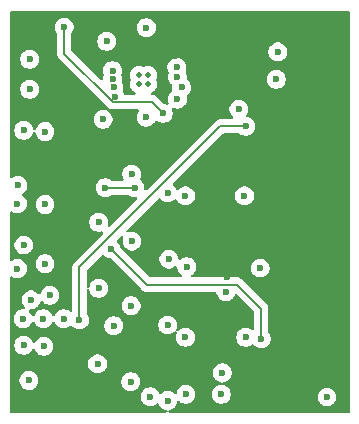
<source format=gbr>
%TF.GenerationSoftware,KiCad,Pcbnew,9.0.4*%
%TF.CreationDate,2025-11-03T10:18:42-05:00*%
%TF.ProjectId,Perpetuality,50657270-6574-4756-916c-6974792e6b69,rev?*%
%TF.SameCoordinates,Original*%
%TF.FileFunction,Copper,L2,Inr*%
%TF.FilePolarity,Positive*%
%FSLAX46Y46*%
G04 Gerber Fmt 4.6, Leading zero omitted, Abs format (unit mm)*
G04 Created by KiCad (PCBNEW 9.0.4) date 2025-11-03 10:18:42*
%MOMM*%
%LPD*%
G01*
G04 APERTURE LIST*
%TA.AperFunction,ComponentPad*%
%ADD10C,0.508000*%
%TD*%
%TA.AperFunction,ViaPad*%
%ADD11C,0.600000*%
%TD*%
%TA.AperFunction,Conductor*%
%ADD12C,0.200000*%
%TD*%
G04 APERTURE END LIST*
D10*
%TO.N,*%
%TO.C,U7*%
X65318889Y-69938699D03*
X64531489Y-69938699D03*
X64531489Y-69151299D03*
%TO.N,N/C*%
X65318889Y-69151299D03*
%TD*%
D11*
%TO.N,A0*%
X58200000Y-65100000D03*
%TO.N,3V3*%
X56450000Y-89800000D03*
X73000000Y-72050000D03*
%TO.N,GND*%
X56587500Y-80120000D03*
X56587500Y-85145000D03*
X63937500Y-77545000D03*
X54250000Y-80050000D03*
X63837500Y-95120000D03*
X71500000Y-96195000D03*
X56587500Y-73945000D03*
X63950000Y-83220000D03*
X73475000Y-79395000D03*
X61037500Y-93620000D03*
X61500000Y-72900000D03*
X74800000Y-85500000D03*
X54775000Y-73845000D03*
X56487500Y-92120000D03*
X54775000Y-92045000D03*
X61137500Y-81620000D03*
X68475000Y-91370000D03*
X54250000Y-85545000D03*
X73575000Y-91370000D03*
X63875000Y-88700000D03*
X68575000Y-85395000D03*
X61137500Y-87220000D03*
X68475000Y-79395000D03*
X68512500Y-96195000D03*
%TO.N,1V8*%
X72000000Y-86300000D03*
X62412500Y-88812500D03*
X67600000Y-67575000D03*
%TO.N,/EMG2/EMG_OUT*%
X54800000Y-83550000D03*
X62300000Y-69500000D03*
%TO.N,FSYNC*%
X74900000Y-91500000D03*
X62150000Y-83850000D03*
%TO.N,SCL*%
X64200000Y-78700000D03*
X61700000Y-78700000D03*
X68150000Y-70200000D03*
%TO.N,EN*%
X73600000Y-73500000D03*
X59500000Y-89900000D03*
%TO.N,SDA*%
X67800000Y-71200000D03*
%TO.N,5V*%
X76300000Y-67200000D03*
%TO.N,/EMG1/EMG_OUT*%
X54300000Y-78500000D03*
X62300000Y-68794998D03*
%TO.N,/EMG3/EMG_OUT*%
X55400000Y-88200000D03*
X62400000Y-70200000D03*
%TO.N,/EMG4/EMG_OUT*%
X55220000Y-95020000D03*
X62500000Y-71000000D03*
%TO.N,REF*%
X67075000Y-84745000D03*
X66975000Y-79145000D03*
X66975000Y-90325000D03*
X80462500Y-96420000D03*
X66975000Y-96720000D03*
%TO.N,\u002ARESET*%
X67750000Y-68500000D03*
%TO.N,\u002AINT*%
X67794999Y-69294999D03*
%TO.N,A0*%
X66600000Y-72400000D03*
%TO.N,GNDD*%
X76163500Y-69520000D03*
X55300000Y-67815000D03*
X65500000Y-96400000D03*
X61800000Y-66300000D03*
X55300000Y-70355000D03*
X62400000Y-90375000D03*
X54725000Y-89800000D03*
X57000000Y-87800000D03*
X65175000Y-65145000D03*
X65175252Y-72724748D03*
X58162500Y-89800000D03*
X71600000Y-94375000D03*
X71900000Y-87500000D03*
%TD*%
D12*
%TO.N,A0*%
X58200000Y-67337811D02*
X58200000Y-65100000D01*
X62313189Y-71451000D02*
X58200000Y-67337811D01*
X65651000Y-71451000D02*
X62313189Y-71451000D01*
X66600000Y-72400000D02*
X65651000Y-71451000D01*
%TO.N,FSYNC*%
X72850000Y-86900000D02*
X74900000Y-88950000D01*
X62150000Y-83850000D02*
X65200000Y-86900000D01*
X74900000Y-88950000D02*
X74900000Y-91500000D01*
X65200000Y-86900000D02*
X72850000Y-86900000D01*
%TO.N,SCL*%
X64200000Y-78700000D02*
X61700000Y-78700000D01*
%TO.N,EN*%
X59500000Y-89900000D02*
X59500000Y-85432758D01*
X71432758Y-73500000D02*
X73600000Y-73500000D01*
X59500000Y-85432758D02*
X71432758Y-73500000D01*
%TD*%
%TA.AperFunction,Conductor*%
%TO.N,1V8*%
G36*
X82342539Y-63770185D02*
G01*
X82388294Y-63822989D01*
X82399500Y-63874500D01*
X82399500Y-97625500D01*
X82379815Y-97692539D01*
X82327011Y-97738294D01*
X82275500Y-97749500D01*
X67161575Y-97749500D01*
X67094536Y-97729815D01*
X67048781Y-97677011D01*
X67038837Y-97607853D01*
X67067862Y-97544297D01*
X67126640Y-97506523D01*
X67137383Y-97503883D01*
X67187121Y-97493988D01*
X67208497Y-97489737D01*
X67354179Y-97429394D01*
X67485289Y-97341789D01*
X67596789Y-97230289D01*
X67684394Y-97099179D01*
X67744737Y-96953497D01*
X67754828Y-96902764D01*
X67764878Y-96852245D01*
X67797263Y-96790334D01*
X67857979Y-96755759D01*
X67927748Y-96759499D01*
X67974176Y-96788755D01*
X68002207Y-96816786D01*
X68002211Y-96816789D01*
X68133314Y-96904390D01*
X68133327Y-96904397D01*
X68271572Y-96961659D01*
X68279003Y-96964737D01*
X68431873Y-96995145D01*
X68433653Y-96995499D01*
X68433656Y-96995500D01*
X68433658Y-96995500D01*
X68591344Y-96995500D01*
X68591345Y-96995499D01*
X68745997Y-96964737D01*
X68891679Y-96904394D01*
X69022789Y-96816789D01*
X69134289Y-96705289D01*
X69221894Y-96574179D01*
X69282237Y-96428497D01*
X69313000Y-96273842D01*
X69313000Y-96116158D01*
X69313000Y-96116155D01*
X69312999Y-96116153D01*
X70699500Y-96116153D01*
X70699500Y-96273846D01*
X70730261Y-96428489D01*
X70730264Y-96428501D01*
X70790602Y-96574172D01*
X70790609Y-96574185D01*
X70878210Y-96705288D01*
X70878213Y-96705292D01*
X70989707Y-96816786D01*
X70989711Y-96816789D01*
X71120814Y-96904390D01*
X71120827Y-96904397D01*
X71259072Y-96961659D01*
X71266503Y-96964737D01*
X71419373Y-96995145D01*
X71421153Y-96995499D01*
X71421156Y-96995500D01*
X71421158Y-96995500D01*
X71578844Y-96995500D01*
X71578845Y-96995499D01*
X71733497Y-96964737D01*
X71879179Y-96904394D01*
X72010289Y-96816789D01*
X72121789Y-96705289D01*
X72209394Y-96574179D01*
X72269737Y-96428497D01*
X72287111Y-96341153D01*
X79662000Y-96341153D01*
X79662000Y-96498846D01*
X79692761Y-96653489D01*
X79692764Y-96653501D01*
X79753102Y-96799172D01*
X79753109Y-96799185D01*
X79840710Y-96930288D01*
X79840713Y-96930292D01*
X79952207Y-97041786D01*
X79952211Y-97041789D01*
X80083314Y-97129390D01*
X80083327Y-97129397D01*
X80228998Y-97189735D01*
X80229003Y-97189737D01*
X80383653Y-97220499D01*
X80383656Y-97220500D01*
X80383658Y-97220500D01*
X80541344Y-97220500D01*
X80541345Y-97220499D01*
X80695997Y-97189737D01*
X80841679Y-97129394D01*
X80972789Y-97041789D01*
X81084289Y-96930289D01*
X81171894Y-96799179D01*
X81232237Y-96653497D01*
X81263000Y-96498842D01*
X81263000Y-96341158D01*
X81263000Y-96341155D01*
X81262999Y-96341153D01*
X81232238Y-96186510D01*
X81232237Y-96186503D01*
X81223951Y-96166498D01*
X81171897Y-96040827D01*
X81171890Y-96040814D01*
X81084289Y-95909711D01*
X81084286Y-95909707D01*
X80972792Y-95798213D01*
X80972788Y-95798210D01*
X80841685Y-95710609D01*
X80841672Y-95710602D01*
X80696001Y-95650264D01*
X80695989Y-95650261D01*
X80541345Y-95619500D01*
X80541342Y-95619500D01*
X80383658Y-95619500D01*
X80383655Y-95619500D01*
X80229010Y-95650261D01*
X80228998Y-95650264D01*
X80083327Y-95710602D01*
X80083314Y-95710609D01*
X79952211Y-95798210D01*
X79952207Y-95798213D01*
X79840713Y-95909707D01*
X79840710Y-95909711D01*
X79753109Y-96040814D01*
X79753102Y-96040827D01*
X79692764Y-96186498D01*
X79692761Y-96186510D01*
X79662000Y-96341153D01*
X72287111Y-96341153D01*
X72296079Y-96296067D01*
X72300500Y-96273844D01*
X72300500Y-96116155D01*
X72300499Y-96116153D01*
X72294228Y-96084626D01*
X72269737Y-95961503D01*
X72265081Y-95950263D01*
X72209397Y-95815827D01*
X72209390Y-95815814D01*
X72121789Y-95684711D01*
X72121786Y-95684707D01*
X72010292Y-95573213D01*
X72010288Y-95573210D01*
X71879185Y-95485609D01*
X71879172Y-95485602D01*
X71733501Y-95425264D01*
X71733492Y-95425261D01*
X71689758Y-95416562D01*
X71627848Y-95384176D01*
X71593274Y-95323460D01*
X71597015Y-95253691D01*
X71637882Y-95197019D01*
X71689758Y-95173328D01*
X71833497Y-95144737D01*
X71979179Y-95084394D01*
X72110289Y-94996789D01*
X72221789Y-94885289D01*
X72309394Y-94754179D01*
X72369737Y-94608497D01*
X72400500Y-94453842D01*
X72400500Y-94296158D01*
X72400500Y-94296155D01*
X72400499Y-94296153D01*
X72389685Y-94241786D01*
X72369737Y-94141503D01*
X72365092Y-94130288D01*
X72309397Y-93995827D01*
X72309390Y-93995814D01*
X72221789Y-93864711D01*
X72221786Y-93864707D01*
X72110292Y-93753213D01*
X72110288Y-93753210D01*
X71979185Y-93665609D01*
X71979172Y-93665602D01*
X71833501Y-93605264D01*
X71833489Y-93605261D01*
X71678845Y-93574500D01*
X71678842Y-93574500D01*
X71521158Y-93574500D01*
X71521155Y-93574500D01*
X71366510Y-93605261D01*
X71366498Y-93605264D01*
X71220827Y-93665602D01*
X71220814Y-93665609D01*
X71089711Y-93753210D01*
X71089707Y-93753213D01*
X70978213Y-93864707D01*
X70978210Y-93864711D01*
X70890609Y-93995814D01*
X70890602Y-93995827D01*
X70830264Y-94141498D01*
X70830261Y-94141510D01*
X70799500Y-94296153D01*
X70799500Y-94453846D01*
X70830261Y-94608489D01*
X70830264Y-94608501D01*
X70890602Y-94754172D01*
X70890609Y-94754185D01*
X70978210Y-94885288D01*
X70978213Y-94885292D01*
X71089707Y-94996786D01*
X71089711Y-94996789D01*
X71220814Y-95084390D01*
X71220827Y-95084397D01*
X71366498Y-95144735D01*
X71366503Y-95144737D01*
X71390941Y-95149598D01*
X71410239Y-95153437D01*
X71472150Y-95185821D01*
X71506724Y-95246537D01*
X71502985Y-95316307D01*
X71462119Y-95372979D01*
X71410240Y-95396671D01*
X71266508Y-95425261D01*
X71266498Y-95425264D01*
X71120827Y-95485602D01*
X71120814Y-95485609D01*
X70989711Y-95573210D01*
X70989707Y-95573213D01*
X70878213Y-95684707D01*
X70878210Y-95684711D01*
X70790609Y-95815814D01*
X70790602Y-95815827D01*
X70730264Y-95961498D01*
X70730261Y-95961510D01*
X70699500Y-96116153D01*
X69312999Y-96116153D01*
X69306728Y-96084626D01*
X69282237Y-95961503D01*
X69277581Y-95950263D01*
X69221897Y-95815827D01*
X69221890Y-95815814D01*
X69134289Y-95684711D01*
X69134286Y-95684707D01*
X69022792Y-95573213D01*
X69022788Y-95573210D01*
X68891685Y-95485609D01*
X68891672Y-95485602D01*
X68746001Y-95425264D01*
X68745989Y-95425261D01*
X68591345Y-95394500D01*
X68591342Y-95394500D01*
X68433658Y-95394500D01*
X68433655Y-95394500D01*
X68279010Y-95425261D01*
X68278998Y-95425264D01*
X68133327Y-95485602D01*
X68133314Y-95485609D01*
X68002211Y-95573210D01*
X68002207Y-95573213D01*
X67890713Y-95684707D01*
X67890710Y-95684711D01*
X67803109Y-95815814D01*
X67803102Y-95815827D01*
X67742764Y-95961498D01*
X67742761Y-95961507D01*
X67722621Y-96062756D01*
X67690235Y-96124666D01*
X67629519Y-96159240D01*
X67559750Y-96155499D01*
X67513323Y-96126244D01*
X67485292Y-96098213D01*
X67485288Y-96098210D01*
X67354185Y-96010609D01*
X67354172Y-96010602D01*
X67208501Y-95950264D01*
X67208489Y-95950261D01*
X67053845Y-95919500D01*
X67053842Y-95919500D01*
X66896158Y-95919500D01*
X66896155Y-95919500D01*
X66741510Y-95950261D01*
X66741498Y-95950264D01*
X66595827Y-96010602D01*
X66595814Y-96010609D01*
X66464711Y-96098210D01*
X66438064Y-96124857D01*
X66376740Y-96158341D01*
X66307049Y-96153355D01*
X66251116Y-96111483D01*
X66235823Y-96084626D01*
X66209397Y-96020827D01*
X66209390Y-96020814D01*
X66121789Y-95889711D01*
X66121786Y-95889707D01*
X66010292Y-95778213D01*
X66010288Y-95778210D01*
X65879185Y-95690609D01*
X65879172Y-95690602D01*
X65733501Y-95630264D01*
X65733489Y-95630261D01*
X65578845Y-95599500D01*
X65578842Y-95599500D01*
X65421158Y-95599500D01*
X65421155Y-95599500D01*
X65266510Y-95630261D01*
X65266498Y-95630264D01*
X65120827Y-95690602D01*
X65120814Y-95690609D01*
X64989711Y-95778210D01*
X64989707Y-95778213D01*
X64878213Y-95889707D01*
X64878210Y-95889711D01*
X64790609Y-96020814D01*
X64790602Y-96020827D01*
X64730264Y-96166498D01*
X64730261Y-96166510D01*
X64699500Y-96321153D01*
X64699500Y-96478846D01*
X64730261Y-96633489D01*
X64730264Y-96633501D01*
X64790602Y-96779172D01*
X64790609Y-96779185D01*
X64878210Y-96910288D01*
X64878213Y-96910292D01*
X64989707Y-97021786D01*
X64989711Y-97021789D01*
X65120814Y-97109390D01*
X65120827Y-97109397D01*
X65266498Y-97169735D01*
X65266503Y-97169737D01*
X65421153Y-97200499D01*
X65421156Y-97200500D01*
X65421158Y-97200500D01*
X65578844Y-97200500D01*
X65578845Y-97200499D01*
X65733497Y-97169737D01*
X65879179Y-97109394D01*
X66010289Y-97021789D01*
X66036934Y-96995143D01*
X66098255Y-96961659D01*
X66167947Y-96966643D01*
X66223881Y-97008513D01*
X66239176Y-97035372D01*
X66265604Y-97099175D01*
X66265609Y-97099185D01*
X66353210Y-97230288D01*
X66353213Y-97230292D01*
X66464707Y-97341786D01*
X66464711Y-97341789D01*
X66595814Y-97429390D01*
X66595827Y-97429397D01*
X66741498Y-97489735D01*
X66741503Y-97489737D01*
X66741507Y-97489737D01*
X66741508Y-97489738D01*
X66812617Y-97503883D01*
X66874528Y-97536268D01*
X66909102Y-97596984D01*
X66905362Y-97666753D01*
X66864495Y-97723425D01*
X66799477Y-97749006D01*
X66788425Y-97749500D01*
X53724500Y-97749500D01*
X53657461Y-97729815D01*
X53611706Y-97677011D01*
X53600500Y-97625500D01*
X53600500Y-94941153D01*
X54419500Y-94941153D01*
X54419500Y-95098846D01*
X54450261Y-95253489D01*
X54450264Y-95253501D01*
X54510602Y-95399172D01*
X54510609Y-95399185D01*
X54598210Y-95530288D01*
X54598213Y-95530292D01*
X54709707Y-95641786D01*
X54709711Y-95641789D01*
X54840814Y-95729390D01*
X54840827Y-95729397D01*
X54958681Y-95778213D01*
X54986503Y-95789737D01*
X55141153Y-95820499D01*
X55141156Y-95820500D01*
X55141158Y-95820500D01*
X55298844Y-95820500D01*
X55298845Y-95820499D01*
X55453497Y-95789737D01*
X55599179Y-95729394D01*
X55730289Y-95641789D01*
X55841789Y-95530289D01*
X55929394Y-95399179D01*
X55989737Y-95253497D01*
X56020500Y-95098842D01*
X56020500Y-95041153D01*
X63037000Y-95041153D01*
X63037000Y-95198846D01*
X63067761Y-95353489D01*
X63067764Y-95353501D01*
X63128102Y-95499172D01*
X63128109Y-95499185D01*
X63215710Y-95630288D01*
X63215713Y-95630292D01*
X63327207Y-95741786D01*
X63327211Y-95741789D01*
X63458314Y-95829390D01*
X63458327Y-95829397D01*
X63603940Y-95889711D01*
X63604003Y-95889737D01*
X63753631Y-95919500D01*
X63758653Y-95920499D01*
X63758656Y-95920500D01*
X63758658Y-95920500D01*
X63916344Y-95920500D01*
X63916345Y-95920499D01*
X64070997Y-95889737D01*
X64216679Y-95829394D01*
X64347789Y-95741789D01*
X64459289Y-95630289D01*
X64546894Y-95499179D01*
X64607237Y-95353497D01*
X64638000Y-95198842D01*
X64638000Y-95041158D01*
X64638000Y-95041155D01*
X64637999Y-95041153D01*
X64629174Y-94996786D01*
X64607237Y-94886503D01*
X64552427Y-94754179D01*
X64546897Y-94740827D01*
X64546890Y-94740814D01*
X64459289Y-94609711D01*
X64459286Y-94609707D01*
X64347792Y-94498213D01*
X64347788Y-94498210D01*
X64216685Y-94410609D01*
X64216672Y-94410602D01*
X64071001Y-94350264D01*
X64070989Y-94350261D01*
X63916345Y-94319500D01*
X63916342Y-94319500D01*
X63758658Y-94319500D01*
X63758655Y-94319500D01*
X63604010Y-94350261D01*
X63603998Y-94350264D01*
X63458327Y-94410602D01*
X63458314Y-94410609D01*
X63327211Y-94498210D01*
X63327207Y-94498213D01*
X63215713Y-94609707D01*
X63215710Y-94609711D01*
X63128109Y-94740814D01*
X63128102Y-94740827D01*
X63067764Y-94886498D01*
X63067761Y-94886510D01*
X63037000Y-95041153D01*
X56020500Y-95041153D01*
X56020500Y-94941158D01*
X56020500Y-94941155D01*
X56020499Y-94941153D01*
X55989738Y-94786510D01*
X55989737Y-94786503D01*
X55970812Y-94740814D01*
X55929397Y-94640827D01*
X55929390Y-94640814D01*
X55841789Y-94509711D01*
X55841786Y-94509707D01*
X55730292Y-94398213D01*
X55730288Y-94398210D01*
X55599185Y-94310609D01*
X55599172Y-94310602D01*
X55453501Y-94250264D01*
X55453489Y-94250261D01*
X55298845Y-94219500D01*
X55298842Y-94219500D01*
X55141158Y-94219500D01*
X55141155Y-94219500D01*
X54986510Y-94250261D01*
X54986498Y-94250264D01*
X54840827Y-94310602D01*
X54840814Y-94310609D01*
X54709711Y-94398210D01*
X54709707Y-94398213D01*
X54598213Y-94509707D01*
X54598210Y-94509711D01*
X54510609Y-94640814D01*
X54510602Y-94640827D01*
X54450264Y-94786498D01*
X54450261Y-94786510D01*
X54419500Y-94941153D01*
X53600500Y-94941153D01*
X53600500Y-93541153D01*
X60237000Y-93541153D01*
X60237000Y-93698846D01*
X60267761Y-93853489D01*
X60267764Y-93853501D01*
X60328102Y-93999172D01*
X60328109Y-93999185D01*
X60415710Y-94130288D01*
X60415713Y-94130292D01*
X60527207Y-94241786D01*
X60527211Y-94241789D01*
X60658314Y-94329390D01*
X60658327Y-94329397D01*
X60803998Y-94389735D01*
X60804003Y-94389737D01*
X60958653Y-94420499D01*
X60958656Y-94420500D01*
X60958658Y-94420500D01*
X61116344Y-94420500D01*
X61116345Y-94420499D01*
X61270997Y-94389737D01*
X61416679Y-94329394D01*
X61547789Y-94241789D01*
X61659289Y-94130289D01*
X61746894Y-93999179D01*
X61748283Y-93995827D01*
X61802592Y-93864711D01*
X61807237Y-93853497D01*
X61838000Y-93698842D01*
X61838000Y-93541158D01*
X61838000Y-93541155D01*
X61837999Y-93541153D01*
X61807238Y-93386510D01*
X61807237Y-93386503D01*
X61807235Y-93386498D01*
X61746897Y-93240827D01*
X61746890Y-93240814D01*
X61659289Y-93109711D01*
X61659286Y-93109707D01*
X61547792Y-92998213D01*
X61547788Y-92998210D01*
X61416685Y-92910609D01*
X61416672Y-92910602D01*
X61271001Y-92850264D01*
X61270989Y-92850261D01*
X61116345Y-92819500D01*
X61116342Y-92819500D01*
X60958658Y-92819500D01*
X60958655Y-92819500D01*
X60804010Y-92850261D01*
X60803998Y-92850264D01*
X60658327Y-92910602D01*
X60658314Y-92910609D01*
X60527211Y-92998210D01*
X60527207Y-92998213D01*
X60415713Y-93109707D01*
X60415710Y-93109711D01*
X60328109Y-93240814D01*
X60328102Y-93240827D01*
X60267764Y-93386498D01*
X60267761Y-93386510D01*
X60237000Y-93541153D01*
X53600500Y-93541153D01*
X53600500Y-91966153D01*
X53974500Y-91966153D01*
X53974500Y-92123846D01*
X54005261Y-92278489D01*
X54005264Y-92278501D01*
X54065602Y-92424172D01*
X54065609Y-92424185D01*
X54153210Y-92555288D01*
X54153213Y-92555292D01*
X54264707Y-92666786D01*
X54264711Y-92666789D01*
X54395814Y-92754390D01*
X54395827Y-92754397D01*
X54541498Y-92814735D01*
X54541503Y-92814737D01*
X54696153Y-92845499D01*
X54696156Y-92845500D01*
X54696158Y-92845500D01*
X54853844Y-92845500D01*
X54853845Y-92845499D01*
X55008497Y-92814737D01*
X55154179Y-92754394D01*
X55285289Y-92666789D01*
X55396789Y-92555289D01*
X55484394Y-92424179D01*
X55501155Y-92383711D01*
X55544996Y-92329309D01*
X55611290Y-92307243D01*
X55678989Y-92324522D01*
X55726600Y-92375658D01*
X55730278Y-92383712D01*
X55778102Y-92499172D01*
X55778109Y-92499185D01*
X55865710Y-92630288D01*
X55865713Y-92630292D01*
X55977207Y-92741786D01*
X55977211Y-92741789D01*
X56108314Y-92829390D01*
X56108327Y-92829397D01*
X56253998Y-92889735D01*
X56254003Y-92889737D01*
X56408653Y-92920499D01*
X56408656Y-92920500D01*
X56408658Y-92920500D01*
X56566344Y-92920500D01*
X56566345Y-92920499D01*
X56720997Y-92889737D01*
X56866679Y-92829394D01*
X56997789Y-92741789D01*
X57109289Y-92630289D01*
X57196894Y-92499179D01*
X57257237Y-92353497D01*
X57288000Y-92198842D01*
X57288000Y-92041158D01*
X57288000Y-92041155D01*
X57287999Y-92041153D01*
X57281860Y-92010289D01*
X57257237Y-91886503D01*
X57254203Y-91879179D01*
X57196897Y-91740827D01*
X57196890Y-91740814D01*
X57109289Y-91609711D01*
X57109286Y-91609707D01*
X56997792Y-91498213D01*
X56997788Y-91498210D01*
X56866685Y-91410609D01*
X56866672Y-91410602D01*
X56721001Y-91350264D01*
X56720989Y-91350261D01*
X56566345Y-91319500D01*
X56566342Y-91319500D01*
X56408658Y-91319500D01*
X56408655Y-91319500D01*
X56254010Y-91350261D01*
X56253998Y-91350264D01*
X56108327Y-91410602D01*
X56108314Y-91410609D01*
X55977211Y-91498210D01*
X55977207Y-91498213D01*
X55865713Y-91609707D01*
X55865710Y-91609711D01*
X55778109Y-91740814D01*
X55778101Y-91740829D01*
X55761342Y-91781289D01*
X55717500Y-91835692D01*
X55651206Y-91857756D01*
X55583507Y-91840476D01*
X55535897Y-91789338D01*
X55532221Y-91781287D01*
X55484397Y-91665826D01*
X55484390Y-91665814D01*
X55396789Y-91534711D01*
X55396786Y-91534707D01*
X55285292Y-91423213D01*
X55285288Y-91423210D01*
X55154185Y-91335609D01*
X55154172Y-91335602D01*
X55008501Y-91275264D01*
X55008489Y-91275261D01*
X54853845Y-91244500D01*
X54853842Y-91244500D01*
X54696158Y-91244500D01*
X54696155Y-91244500D01*
X54541510Y-91275261D01*
X54541498Y-91275264D01*
X54395827Y-91335602D01*
X54395814Y-91335609D01*
X54264711Y-91423210D01*
X54264707Y-91423213D01*
X54153213Y-91534707D01*
X54153210Y-91534711D01*
X54065609Y-91665814D01*
X54065602Y-91665827D01*
X54005264Y-91811498D01*
X54005261Y-91811510D01*
X53974500Y-91966153D01*
X53600500Y-91966153D01*
X53600500Y-89721153D01*
X53924500Y-89721153D01*
X53924500Y-89878846D01*
X53955261Y-90033489D01*
X53955264Y-90033501D01*
X54015602Y-90179172D01*
X54015609Y-90179185D01*
X54103210Y-90310288D01*
X54103213Y-90310292D01*
X54214707Y-90421786D01*
X54214711Y-90421789D01*
X54345814Y-90509390D01*
X54345827Y-90509397D01*
X54490931Y-90569500D01*
X54491503Y-90569737D01*
X54644967Y-90600263D01*
X54646153Y-90600499D01*
X54646156Y-90600500D01*
X54646158Y-90600500D01*
X54803844Y-90600500D01*
X54803845Y-90600499D01*
X54958497Y-90569737D01*
X55104179Y-90509394D01*
X55235289Y-90421789D01*
X55346789Y-90310289D01*
X55434394Y-90179179D01*
X55466689Y-90101212D01*
X55472939Y-90086123D01*
X55516779Y-90031719D01*
X55583073Y-90009654D01*
X55650773Y-90026933D01*
X55698384Y-90078070D01*
X55702061Y-90086123D01*
X55740602Y-90179172D01*
X55740609Y-90179185D01*
X55828210Y-90310288D01*
X55828213Y-90310292D01*
X55939707Y-90421786D01*
X55939711Y-90421789D01*
X56070814Y-90509390D01*
X56070827Y-90509397D01*
X56215931Y-90569500D01*
X56216503Y-90569737D01*
X56369967Y-90600263D01*
X56371153Y-90600499D01*
X56371156Y-90600500D01*
X56371158Y-90600500D01*
X56528844Y-90600500D01*
X56528845Y-90600499D01*
X56683497Y-90569737D01*
X56829179Y-90509394D01*
X56960289Y-90421789D01*
X57071789Y-90310289D01*
X57159394Y-90179179D01*
X57191689Y-90101212D01*
X57235529Y-90046808D01*
X57301823Y-90024743D01*
X57369523Y-90042022D01*
X57417134Y-90093159D01*
X57420811Y-90101212D01*
X57453102Y-90179172D01*
X57453109Y-90179185D01*
X57540710Y-90310288D01*
X57540713Y-90310292D01*
X57652207Y-90421786D01*
X57652211Y-90421789D01*
X57783314Y-90509390D01*
X57783327Y-90509397D01*
X57928431Y-90569500D01*
X57929003Y-90569737D01*
X58082467Y-90600263D01*
X58083653Y-90600499D01*
X58083656Y-90600500D01*
X58083658Y-90600500D01*
X58241344Y-90600500D01*
X58241345Y-90600499D01*
X58395997Y-90569737D01*
X58541679Y-90509394D01*
X58672789Y-90421789D01*
X58694058Y-90400519D01*
X58755379Y-90367035D01*
X58825070Y-90372018D01*
X58873368Y-90406516D01*
X58873903Y-90405982D01*
X58877111Y-90409190D01*
X58877588Y-90409531D01*
X58878210Y-90410289D01*
X58989707Y-90521786D01*
X58989711Y-90521789D01*
X59120814Y-90609390D01*
X59120827Y-90609397D01*
X59266498Y-90669735D01*
X59266503Y-90669737D01*
X59421153Y-90700499D01*
X59421156Y-90700500D01*
X59421158Y-90700500D01*
X59578844Y-90700500D01*
X59578845Y-90700499D01*
X59733497Y-90669737D01*
X59879179Y-90609394D01*
X60010289Y-90521789D01*
X60121789Y-90410289D01*
X60198052Y-90296153D01*
X61599500Y-90296153D01*
X61599500Y-90453846D01*
X61630261Y-90608489D01*
X61630264Y-90608501D01*
X61690602Y-90754172D01*
X61690609Y-90754185D01*
X61778210Y-90885288D01*
X61778213Y-90885292D01*
X61889707Y-90996786D01*
X61889711Y-90996789D01*
X62020814Y-91084390D01*
X62020827Y-91084397D01*
X62120060Y-91125500D01*
X62166503Y-91144737D01*
X62321153Y-91175499D01*
X62321156Y-91175500D01*
X62321158Y-91175500D01*
X62478844Y-91175500D01*
X62478845Y-91175499D01*
X62633497Y-91144737D01*
X62779179Y-91084394D01*
X62910289Y-90996789D01*
X63021789Y-90885289D01*
X63109394Y-90754179D01*
X63110819Y-90750740D01*
X63130102Y-90704185D01*
X63169737Y-90608497D01*
X63200500Y-90453842D01*
X63200500Y-90296158D01*
X63200500Y-90296155D01*
X63194155Y-90264258D01*
X63194155Y-90264257D01*
X63190554Y-90246153D01*
X66174500Y-90246153D01*
X66174500Y-90403846D01*
X66205261Y-90558489D01*
X66205264Y-90558501D01*
X66265602Y-90704172D01*
X66265609Y-90704185D01*
X66353210Y-90835288D01*
X66353213Y-90835292D01*
X66464707Y-90946786D01*
X66464711Y-90946789D01*
X66595814Y-91034390D01*
X66595827Y-91034397D01*
X66741498Y-91094735D01*
X66741503Y-91094737D01*
X66896153Y-91125499D01*
X66896156Y-91125500D01*
X66896158Y-91125500D01*
X67053844Y-91125500D01*
X67053845Y-91125499D01*
X67208497Y-91094737D01*
X67354179Y-91034394D01*
X67485289Y-90946789D01*
X67554152Y-90877925D01*
X67615473Y-90844442D01*
X67685165Y-90849426D01*
X67741099Y-90891297D01*
X67765516Y-90956761D01*
X67756394Y-91013060D01*
X67747556Y-91034397D01*
X67705263Y-91136503D01*
X67705262Y-91136506D01*
X67705262Y-91136507D01*
X67705261Y-91136510D01*
X67674500Y-91291153D01*
X67674500Y-91448846D01*
X67705261Y-91603489D01*
X67705264Y-91603501D01*
X67765602Y-91749172D01*
X67765609Y-91749185D01*
X67853210Y-91880288D01*
X67853213Y-91880292D01*
X67964707Y-91991786D01*
X67964711Y-91991789D01*
X68095814Y-92079390D01*
X68095827Y-92079397D01*
X68203138Y-92123846D01*
X68241503Y-92139737D01*
X68396153Y-92170499D01*
X68396156Y-92170500D01*
X68396158Y-92170500D01*
X68553844Y-92170500D01*
X68553845Y-92170499D01*
X68708497Y-92139737D01*
X68854179Y-92079394D01*
X68985289Y-91991789D01*
X69096789Y-91880289D01*
X69184394Y-91749179D01*
X69187854Y-91740827D01*
X69218922Y-91665821D01*
X69244737Y-91603497D01*
X69275500Y-91448842D01*
X69275500Y-91291158D01*
X69275500Y-91291155D01*
X69275499Y-91291153D01*
X69246375Y-91144738D01*
X69244737Y-91136503D01*
X69244735Y-91136498D01*
X69184397Y-90990827D01*
X69184390Y-90990814D01*
X69096789Y-90859711D01*
X69096786Y-90859707D01*
X68985292Y-90748213D01*
X68985288Y-90748210D01*
X68854185Y-90660609D01*
X68854172Y-90660602D01*
X68708501Y-90600264D01*
X68708489Y-90600261D01*
X68553845Y-90569500D01*
X68553842Y-90569500D01*
X68396158Y-90569500D01*
X68396155Y-90569500D01*
X68241510Y-90600261D01*
X68241498Y-90600264D01*
X68095827Y-90660602D01*
X68095814Y-90660609D01*
X67964711Y-90748210D01*
X67895848Y-90817073D01*
X67834524Y-90850557D01*
X67764833Y-90845572D01*
X67708899Y-90803701D01*
X67684483Y-90738236D01*
X67693606Y-90681938D01*
X67744737Y-90558497D01*
X67775500Y-90403842D01*
X67775500Y-90246158D01*
X67775500Y-90246155D01*
X67775499Y-90246153D01*
X67762177Y-90179179D01*
X67744737Y-90091503D01*
X67726224Y-90046808D01*
X67684397Y-89945827D01*
X67684390Y-89945814D01*
X67596789Y-89814711D01*
X67596786Y-89814707D01*
X67485292Y-89703213D01*
X67485288Y-89703210D01*
X67354185Y-89615609D01*
X67354172Y-89615602D01*
X67208501Y-89555264D01*
X67208489Y-89555261D01*
X67053845Y-89524500D01*
X67053842Y-89524500D01*
X66896158Y-89524500D01*
X66896155Y-89524500D01*
X66741510Y-89555261D01*
X66741498Y-89555264D01*
X66595827Y-89615602D01*
X66595814Y-89615609D01*
X66464711Y-89703210D01*
X66464707Y-89703213D01*
X66353213Y-89814707D01*
X66353210Y-89814711D01*
X66265609Y-89945814D01*
X66265602Y-89945827D01*
X66205264Y-90091498D01*
X66205261Y-90091510D01*
X66174500Y-90246153D01*
X63190554Y-90246153D01*
X63169738Y-90141510D01*
X63169737Y-90141503D01*
X63169735Y-90141498D01*
X63109397Y-89995827D01*
X63109390Y-89995814D01*
X63021789Y-89864711D01*
X63021786Y-89864707D01*
X62910292Y-89753213D01*
X62910288Y-89753210D01*
X62779185Y-89665609D01*
X62779172Y-89665602D01*
X62633501Y-89605264D01*
X62633489Y-89605261D01*
X62478845Y-89574500D01*
X62478842Y-89574500D01*
X62321158Y-89574500D01*
X62321155Y-89574500D01*
X62166510Y-89605261D01*
X62166498Y-89605264D01*
X62020827Y-89665602D01*
X62020814Y-89665609D01*
X61889711Y-89753210D01*
X61889707Y-89753213D01*
X61778213Y-89864707D01*
X61778210Y-89864711D01*
X61690609Y-89995814D01*
X61690602Y-89995827D01*
X61630264Y-90141498D01*
X61630261Y-90141510D01*
X61599500Y-90296153D01*
X60198052Y-90296153D01*
X60209394Y-90279179D01*
X60209397Y-90279172D01*
X60224540Y-90242614D01*
X60269735Y-90133501D01*
X60269737Y-90133497D01*
X60300500Y-89978842D01*
X60300500Y-89821158D01*
X60300500Y-89821155D01*
X60300499Y-89821153D01*
X60286984Y-89753210D01*
X60269737Y-89666503D01*
X60269367Y-89665609D01*
X60209397Y-89520827D01*
X60209390Y-89520814D01*
X60121398Y-89389125D01*
X60100520Y-89322447D01*
X60100500Y-89320234D01*
X60100500Y-88621153D01*
X63074500Y-88621153D01*
X63074500Y-88778846D01*
X63105261Y-88933489D01*
X63105264Y-88933501D01*
X63165602Y-89079172D01*
X63165609Y-89079185D01*
X63253210Y-89210288D01*
X63253213Y-89210292D01*
X63364707Y-89321786D01*
X63364711Y-89321789D01*
X63495814Y-89409390D01*
X63495827Y-89409397D01*
X63641498Y-89469735D01*
X63641503Y-89469737D01*
X63787551Y-89498788D01*
X63796153Y-89500499D01*
X63796156Y-89500500D01*
X63796158Y-89500500D01*
X63953844Y-89500500D01*
X63953845Y-89500499D01*
X64108497Y-89469737D01*
X64226592Y-89420821D01*
X64254172Y-89409397D01*
X64254172Y-89409396D01*
X64254179Y-89409394D01*
X64385289Y-89321789D01*
X64496789Y-89210289D01*
X64584394Y-89079179D01*
X64644737Y-88933497D01*
X64675500Y-88778842D01*
X64675500Y-88621158D01*
X64675500Y-88621155D01*
X64675499Y-88621153D01*
X64671391Y-88600499D01*
X64644737Y-88466503D01*
X64584421Y-88320885D01*
X64584397Y-88320827D01*
X64584390Y-88320814D01*
X64496789Y-88189711D01*
X64496786Y-88189707D01*
X64385292Y-88078213D01*
X64385288Y-88078210D01*
X64254185Y-87990609D01*
X64254172Y-87990602D01*
X64108501Y-87930264D01*
X64108489Y-87930261D01*
X63953845Y-87899500D01*
X63953842Y-87899500D01*
X63796158Y-87899500D01*
X63796155Y-87899500D01*
X63641510Y-87930261D01*
X63641498Y-87930264D01*
X63495827Y-87990602D01*
X63495814Y-87990609D01*
X63364711Y-88078210D01*
X63364707Y-88078213D01*
X63253213Y-88189707D01*
X63253210Y-88189711D01*
X63165609Y-88320814D01*
X63165602Y-88320827D01*
X63105264Y-88466498D01*
X63105261Y-88466510D01*
X63074500Y-88621153D01*
X60100500Y-88621153D01*
X60100500Y-87368870D01*
X60120185Y-87301831D01*
X60172989Y-87256076D01*
X60242147Y-87246132D01*
X60305703Y-87275157D01*
X60343477Y-87333935D01*
X60346117Y-87344679D01*
X60367761Y-87453489D01*
X60367764Y-87453501D01*
X60428102Y-87599172D01*
X60428109Y-87599185D01*
X60515710Y-87730288D01*
X60515713Y-87730292D01*
X60627207Y-87841786D01*
X60627211Y-87841789D01*
X60758314Y-87929390D01*
X60758327Y-87929397D01*
X60903998Y-87989735D01*
X60904003Y-87989737D01*
X61058653Y-88020499D01*
X61058656Y-88020500D01*
X61058658Y-88020500D01*
X61216344Y-88020500D01*
X61216345Y-88020499D01*
X61370997Y-87989737D01*
X61516679Y-87929394D01*
X61647789Y-87841789D01*
X61759289Y-87730289D01*
X61846894Y-87599179D01*
X61907237Y-87453497D01*
X61938000Y-87298842D01*
X61938000Y-87141158D01*
X61938000Y-87141155D01*
X61937999Y-87141153D01*
X61927945Y-87090609D01*
X61907237Y-86986503D01*
X61907235Y-86986498D01*
X61846897Y-86840827D01*
X61846890Y-86840814D01*
X61759289Y-86709711D01*
X61759286Y-86709707D01*
X61647792Y-86598213D01*
X61647788Y-86598210D01*
X61516685Y-86510609D01*
X61516672Y-86510602D01*
X61371001Y-86450264D01*
X61370989Y-86450261D01*
X61216345Y-86419500D01*
X61216342Y-86419500D01*
X61058658Y-86419500D01*
X61058655Y-86419500D01*
X60904010Y-86450261D01*
X60903998Y-86450264D01*
X60758327Y-86510602D01*
X60758314Y-86510609D01*
X60627211Y-86598210D01*
X60627207Y-86598213D01*
X60515713Y-86709707D01*
X60515710Y-86709711D01*
X60428109Y-86840814D01*
X60428102Y-86840827D01*
X60367764Y-86986498D01*
X60367761Y-86986508D01*
X60346117Y-87095321D01*
X60313732Y-87157232D01*
X60253016Y-87191806D01*
X60183247Y-87188066D01*
X60126575Y-87147199D01*
X60100993Y-87082181D01*
X60100500Y-87071129D01*
X60100500Y-85732854D01*
X60120185Y-85665815D01*
X60136814Y-85645178D01*
X61387277Y-84394714D01*
X61448598Y-84361231D01*
X61518290Y-84366215D01*
X61562637Y-84394716D01*
X61639707Y-84471786D01*
X61639711Y-84471789D01*
X61770814Y-84559390D01*
X61770827Y-84559397D01*
X61916498Y-84619735D01*
X61916503Y-84619737D01*
X61981147Y-84632595D01*
X62071849Y-84650638D01*
X62133760Y-84683023D01*
X62135339Y-84684574D01*
X64715139Y-87264374D01*
X64715149Y-87264385D01*
X64719479Y-87268715D01*
X64719480Y-87268716D01*
X64831284Y-87380520D01*
X64831286Y-87380521D01*
X64831290Y-87380524D01*
X64917442Y-87430263D01*
X64968216Y-87459577D01*
X65080019Y-87489534D01*
X65120942Y-87500500D01*
X65120943Y-87500500D01*
X70982152Y-87500500D01*
X71049191Y-87520185D01*
X71094946Y-87572989D01*
X71103769Y-87600308D01*
X71130261Y-87733491D01*
X71130264Y-87733501D01*
X71190602Y-87879172D01*
X71190609Y-87879185D01*
X71278210Y-88010288D01*
X71278213Y-88010292D01*
X71389707Y-88121786D01*
X71389711Y-88121789D01*
X71520814Y-88209390D01*
X71520827Y-88209397D01*
X71666498Y-88269735D01*
X71666503Y-88269737D01*
X71776561Y-88291629D01*
X71821153Y-88300499D01*
X71821156Y-88300500D01*
X71821158Y-88300500D01*
X71978844Y-88300500D01*
X71978845Y-88300499D01*
X72133497Y-88269737D01*
X72279179Y-88209394D01*
X72410289Y-88121789D01*
X72521789Y-88010289D01*
X72609394Y-87879179D01*
X72646907Y-87788611D01*
X72690747Y-87734210D01*
X72757041Y-87712144D01*
X72824740Y-87729423D01*
X72849149Y-87748384D01*
X74263181Y-89162416D01*
X74296666Y-89223739D01*
X74299500Y-89250097D01*
X74299500Y-90663059D01*
X74279815Y-90730098D01*
X74227011Y-90775853D01*
X74157853Y-90785797D01*
X74094297Y-90756772D01*
X74087819Y-90750740D01*
X74085292Y-90748213D01*
X74085288Y-90748210D01*
X73954185Y-90660609D01*
X73954172Y-90660602D01*
X73808501Y-90600264D01*
X73808489Y-90600261D01*
X73653845Y-90569500D01*
X73653842Y-90569500D01*
X73496158Y-90569500D01*
X73496155Y-90569500D01*
X73341510Y-90600261D01*
X73341498Y-90600264D01*
X73195827Y-90660602D01*
X73195814Y-90660609D01*
X73064711Y-90748210D01*
X73064707Y-90748213D01*
X72953213Y-90859707D01*
X72953210Y-90859711D01*
X72865609Y-90990814D01*
X72865602Y-90990827D01*
X72805264Y-91136498D01*
X72805261Y-91136510D01*
X72774500Y-91291153D01*
X72774500Y-91448846D01*
X72805261Y-91603489D01*
X72805264Y-91603501D01*
X72865602Y-91749172D01*
X72865609Y-91749185D01*
X72953210Y-91880288D01*
X72953213Y-91880292D01*
X73064707Y-91991786D01*
X73064711Y-91991789D01*
X73195814Y-92079390D01*
X73195827Y-92079397D01*
X73303138Y-92123846D01*
X73341503Y-92139737D01*
X73496153Y-92170499D01*
X73496156Y-92170500D01*
X73496158Y-92170500D01*
X73653844Y-92170500D01*
X73653845Y-92170499D01*
X73808497Y-92139737D01*
X73954179Y-92079394D01*
X74085289Y-91991789D01*
X74086683Y-91990394D01*
X74087593Y-91989897D01*
X74089993Y-91987928D01*
X74090366Y-91988383D01*
X74147999Y-91956907D01*
X74217691Y-91961885D01*
X74273629Y-92003752D01*
X74277473Y-92009184D01*
X74278213Y-92010292D01*
X74389707Y-92121786D01*
X74389711Y-92121789D01*
X74520814Y-92209390D01*
X74520827Y-92209397D01*
X74666498Y-92269735D01*
X74666503Y-92269737D01*
X74821153Y-92300499D01*
X74821156Y-92300500D01*
X74821158Y-92300500D01*
X74978844Y-92300500D01*
X74978845Y-92300499D01*
X75133497Y-92269737D01*
X75279179Y-92209394D01*
X75410289Y-92121789D01*
X75521789Y-92010289D01*
X75609394Y-91879179D01*
X75669737Y-91733497D01*
X75700500Y-91578842D01*
X75700500Y-91421158D01*
X75700500Y-91421155D01*
X75700499Y-91421153D01*
X75686398Y-91350263D01*
X75669737Y-91266503D01*
X75632043Y-91175500D01*
X75609397Y-91120827D01*
X75609390Y-91120814D01*
X75521398Y-90989125D01*
X75500520Y-90922447D01*
X75500500Y-90920234D01*
X75500500Y-89039060D01*
X75500501Y-89039047D01*
X75500501Y-88870945D01*
X75500501Y-88870943D01*
X75459577Y-88718215D01*
X75380520Y-88581284D01*
X73337589Y-86538354D01*
X73337588Y-86538352D01*
X73218717Y-86419481D01*
X73218716Y-86419480D01*
X73131904Y-86369360D01*
X73131904Y-86369359D01*
X73131900Y-86369358D01*
X73081785Y-86340423D01*
X72929057Y-86299499D01*
X72770943Y-86299499D01*
X72763347Y-86299499D01*
X72763331Y-86299500D01*
X69070956Y-86299500D01*
X69003917Y-86279815D01*
X68958162Y-86227011D01*
X68948218Y-86157853D01*
X68977243Y-86094297D01*
X69002065Y-86072398D01*
X69035032Y-86050369D01*
X69085289Y-86016789D01*
X69196789Y-85905289D01*
X69284394Y-85774179D01*
X69344737Y-85628497D01*
X69375500Y-85473842D01*
X69375500Y-85421153D01*
X73999500Y-85421153D01*
X73999500Y-85578846D01*
X74030261Y-85733489D01*
X74030264Y-85733501D01*
X74090602Y-85879172D01*
X74090609Y-85879185D01*
X74178210Y-86010288D01*
X74178213Y-86010292D01*
X74289707Y-86121786D01*
X74289711Y-86121789D01*
X74420814Y-86209390D01*
X74420827Y-86209397D01*
X74550675Y-86263181D01*
X74566503Y-86269737D01*
X74693920Y-86295082D01*
X74721153Y-86300499D01*
X74721156Y-86300500D01*
X74721158Y-86300500D01*
X74878844Y-86300500D01*
X74878845Y-86300499D01*
X75033497Y-86269737D01*
X75179179Y-86209394D01*
X75310289Y-86121789D01*
X75421789Y-86010289D01*
X75509394Y-85879179D01*
X75569737Y-85733497D01*
X75600500Y-85578842D01*
X75600500Y-85421158D01*
X75600500Y-85421155D01*
X75600499Y-85421153D01*
X75592014Y-85378497D01*
X75569737Y-85266503D01*
X75552067Y-85223844D01*
X75509397Y-85120827D01*
X75509390Y-85120814D01*
X75421789Y-84989711D01*
X75421786Y-84989707D01*
X75310292Y-84878213D01*
X75310288Y-84878210D01*
X75179185Y-84790609D01*
X75179172Y-84790602D01*
X75033501Y-84730264D01*
X75033489Y-84730261D01*
X74878845Y-84699500D01*
X74878842Y-84699500D01*
X74721158Y-84699500D01*
X74721155Y-84699500D01*
X74566510Y-84730261D01*
X74566498Y-84730264D01*
X74420827Y-84790602D01*
X74420814Y-84790609D01*
X74289711Y-84878210D01*
X74289707Y-84878213D01*
X74178213Y-84989707D01*
X74178210Y-84989711D01*
X74090609Y-85120814D01*
X74090602Y-85120827D01*
X74030264Y-85266498D01*
X74030261Y-85266510D01*
X73999500Y-85421153D01*
X69375500Y-85421153D01*
X69375500Y-85316158D01*
X69375500Y-85316155D01*
X69375499Y-85316153D01*
X69345596Y-85165821D01*
X69344737Y-85161503D01*
X69331256Y-85128957D01*
X69284397Y-85015827D01*
X69284390Y-85015814D01*
X69196789Y-84884711D01*
X69196786Y-84884707D01*
X69085292Y-84773213D01*
X69085288Y-84773210D01*
X68954185Y-84685609D01*
X68954172Y-84685602D01*
X68808501Y-84625264D01*
X68808489Y-84625261D01*
X68653845Y-84594500D01*
X68653842Y-84594500D01*
X68496158Y-84594500D01*
X68496155Y-84594500D01*
X68341510Y-84625261D01*
X68341498Y-84625264D01*
X68195827Y-84685602D01*
X68195814Y-84685609D01*
X68068391Y-84770751D01*
X68001713Y-84791629D01*
X67934333Y-84773144D01*
X67887643Y-84721165D01*
X67876527Y-84672175D01*
X67876097Y-84672218D01*
X67875759Y-84668794D01*
X67875500Y-84667649D01*
X67875500Y-84666155D01*
X67875499Y-84666153D01*
X67847066Y-84523211D01*
X67844737Y-84511503D01*
X67796363Y-84394716D01*
X67784397Y-84365827D01*
X67784390Y-84365814D01*
X67696789Y-84234711D01*
X67696786Y-84234707D01*
X67585292Y-84123213D01*
X67585288Y-84123210D01*
X67454185Y-84035609D01*
X67454172Y-84035602D01*
X67308501Y-83975264D01*
X67308489Y-83975261D01*
X67153845Y-83944500D01*
X67153842Y-83944500D01*
X66996158Y-83944500D01*
X66996155Y-83944500D01*
X66841510Y-83975261D01*
X66841498Y-83975264D01*
X66695827Y-84035602D01*
X66695814Y-84035609D01*
X66564711Y-84123210D01*
X66564707Y-84123213D01*
X66453213Y-84234707D01*
X66453210Y-84234711D01*
X66365609Y-84365814D01*
X66365602Y-84365827D01*
X66305264Y-84511498D01*
X66305261Y-84511510D01*
X66274500Y-84666153D01*
X66274500Y-84823846D01*
X66305261Y-84978489D01*
X66305264Y-84978501D01*
X66365602Y-85124172D01*
X66365609Y-85124185D01*
X66453210Y-85255288D01*
X66453213Y-85255292D01*
X66564707Y-85366786D01*
X66564711Y-85366789D01*
X66695814Y-85454390D01*
X66695827Y-85454397D01*
X66834456Y-85511818D01*
X66841503Y-85514737D01*
X66996153Y-85545499D01*
X66996156Y-85545500D01*
X66996158Y-85545500D01*
X67153844Y-85545500D01*
X67153845Y-85545499D01*
X67308497Y-85514737D01*
X67454179Y-85454394D01*
X67581609Y-85369248D01*
X67648286Y-85348370D01*
X67715666Y-85366854D01*
X67762357Y-85418833D01*
X67773473Y-85467824D01*
X67773903Y-85467782D01*
X67774239Y-85471204D01*
X67774500Y-85472350D01*
X67774500Y-85473846D01*
X67805261Y-85628489D01*
X67805264Y-85628501D01*
X67865602Y-85774172D01*
X67865609Y-85774185D01*
X67953210Y-85905288D01*
X67953213Y-85905292D01*
X68064707Y-86016786D01*
X68064711Y-86016789D01*
X68147935Y-86072398D01*
X68192740Y-86126010D01*
X68201447Y-86195335D01*
X68171293Y-86258363D01*
X68111849Y-86295082D01*
X68079044Y-86299500D01*
X65500097Y-86299500D01*
X65433058Y-86279815D01*
X65412416Y-86263181D01*
X62984574Y-83835339D01*
X62951089Y-83774016D01*
X62950638Y-83771849D01*
X62922192Y-83628846D01*
X62919737Y-83616503D01*
X62859534Y-83471158D01*
X62859397Y-83470827D01*
X62859390Y-83470814D01*
X62771789Y-83339711D01*
X62771786Y-83339707D01*
X62694716Y-83262637D01*
X62661231Y-83201314D01*
X62666215Y-83131622D01*
X62694714Y-83087277D01*
X63011537Y-82770454D01*
X63072858Y-82736971D01*
X63142550Y-82741955D01*
X63198483Y-82783827D01*
X63222900Y-82849291D01*
X63213778Y-82905588D01*
X63180263Y-82986503D01*
X63180261Y-82986510D01*
X63149500Y-83141153D01*
X63149500Y-83298846D01*
X63180261Y-83453489D01*
X63180264Y-83453501D01*
X63240602Y-83599172D01*
X63240609Y-83599185D01*
X63328210Y-83730288D01*
X63328213Y-83730292D01*
X63439707Y-83841786D01*
X63439711Y-83841789D01*
X63570814Y-83929390D01*
X63570827Y-83929397D01*
X63716498Y-83989735D01*
X63716503Y-83989737D01*
X63871153Y-84020499D01*
X63871156Y-84020500D01*
X63871158Y-84020500D01*
X64028844Y-84020500D01*
X64028845Y-84020499D01*
X64183497Y-83989737D01*
X64329179Y-83929394D01*
X64460289Y-83841789D01*
X64571789Y-83730289D01*
X64659394Y-83599179D01*
X64719737Y-83453497D01*
X64750500Y-83298842D01*
X64750500Y-83141158D01*
X64750500Y-83141155D01*
X64750499Y-83141153D01*
X64719738Y-82986510D01*
X64719737Y-82986503D01*
X64695592Y-82928211D01*
X64659397Y-82840827D01*
X64659390Y-82840814D01*
X64571789Y-82709711D01*
X64571786Y-82709707D01*
X64460292Y-82598213D01*
X64460288Y-82598210D01*
X64329185Y-82510609D01*
X64329172Y-82510602D01*
X64183501Y-82450264D01*
X64183489Y-82450261D01*
X64028845Y-82419500D01*
X64028842Y-82419500D01*
X63871158Y-82419500D01*
X63871155Y-82419500D01*
X63716510Y-82450261D01*
X63716503Y-82450263D01*
X63635588Y-82483778D01*
X63566119Y-82491245D01*
X63503640Y-82459970D01*
X63467988Y-82399880D01*
X63470483Y-82330055D01*
X63500454Y-82281537D01*
X66155646Y-79626345D01*
X66216967Y-79592862D01*
X66286659Y-79597846D01*
X66342592Y-79639718D01*
X66346426Y-79645136D01*
X66353208Y-79655286D01*
X66353213Y-79655292D01*
X66464707Y-79766786D01*
X66464711Y-79766789D01*
X66595814Y-79854390D01*
X66595827Y-79854397D01*
X66741498Y-79914735D01*
X66741503Y-79914737D01*
X66896153Y-79945499D01*
X66896156Y-79945500D01*
X66896158Y-79945500D01*
X67053844Y-79945500D01*
X67053845Y-79945499D01*
X67208497Y-79914737D01*
X67354179Y-79854394D01*
X67485289Y-79766789D01*
X67550115Y-79701962D01*
X67611436Y-79668479D01*
X67681128Y-79673463D01*
X67737062Y-79715334D01*
X67752356Y-79742191D01*
X67765606Y-79774179D01*
X67765609Y-79774185D01*
X67853210Y-79905288D01*
X67853213Y-79905292D01*
X67964707Y-80016786D01*
X67964711Y-80016789D01*
X68095814Y-80104390D01*
X68095827Y-80104397D01*
X68241498Y-80164735D01*
X68241503Y-80164737D01*
X68396153Y-80195499D01*
X68396156Y-80195500D01*
X68396158Y-80195500D01*
X68553844Y-80195500D01*
X68553845Y-80195499D01*
X68708497Y-80164737D01*
X68854179Y-80104394D01*
X68985289Y-80016789D01*
X69096789Y-79905289D01*
X69184394Y-79774179D01*
X69244737Y-79628497D01*
X69275500Y-79473842D01*
X69275500Y-79316158D01*
X69275500Y-79316155D01*
X69275499Y-79316153D01*
X72674500Y-79316153D01*
X72674500Y-79473846D01*
X72705261Y-79628489D01*
X72705264Y-79628501D01*
X72765602Y-79774172D01*
X72765609Y-79774185D01*
X72853210Y-79905288D01*
X72853213Y-79905292D01*
X72964707Y-80016786D01*
X72964711Y-80016789D01*
X73095814Y-80104390D01*
X73095827Y-80104397D01*
X73241498Y-80164735D01*
X73241503Y-80164737D01*
X73396153Y-80195499D01*
X73396156Y-80195500D01*
X73396158Y-80195500D01*
X73553844Y-80195500D01*
X73553845Y-80195499D01*
X73708497Y-80164737D01*
X73854179Y-80104394D01*
X73985289Y-80016789D01*
X74096789Y-79905289D01*
X74184394Y-79774179D01*
X74244737Y-79628497D01*
X74275500Y-79473842D01*
X74275500Y-79316158D01*
X74275500Y-79316155D01*
X74275499Y-79316153D01*
X74244738Y-79161510D01*
X74244737Y-79161503D01*
X74184474Y-79016014D01*
X74184397Y-79015827D01*
X74184390Y-79015814D01*
X74096789Y-78884711D01*
X74096786Y-78884707D01*
X73985292Y-78773213D01*
X73985288Y-78773210D01*
X73854185Y-78685609D01*
X73854172Y-78685602D01*
X73708501Y-78625264D01*
X73708489Y-78625261D01*
X73553845Y-78594500D01*
X73553842Y-78594500D01*
X73396158Y-78594500D01*
X73396155Y-78594500D01*
X73241510Y-78625261D01*
X73241498Y-78625264D01*
X73095827Y-78685602D01*
X73095814Y-78685609D01*
X72964711Y-78773210D01*
X72964707Y-78773213D01*
X72853213Y-78884707D01*
X72853210Y-78884711D01*
X72765609Y-79015814D01*
X72765602Y-79015827D01*
X72705264Y-79161498D01*
X72705261Y-79161510D01*
X72674500Y-79316153D01*
X69275499Y-79316153D01*
X69244738Y-79161510D01*
X69244737Y-79161503D01*
X69184474Y-79016014D01*
X69184397Y-79015827D01*
X69184390Y-79015814D01*
X69096789Y-78884711D01*
X69096786Y-78884707D01*
X68985292Y-78773213D01*
X68985288Y-78773210D01*
X68854185Y-78685609D01*
X68854172Y-78685602D01*
X68708501Y-78625264D01*
X68708489Y-78625261D01*
X68553845Y-78594500D01*
X68553842Y-78594500D01*
X68396158Y-78594500D01*
X68396155Y-78594500D01*
X68241510Y-78625261D01*
X68241498Y-78625264D01*
X68095827Y-78685602D01*
X68095814Y-78685609D01*
X67964711Y-78773210D01*
X67899885Y-78838036D01*
X67838561Y-78871520D01*
X67768870Y-78866535D01*
X67712936Y-78824664D01*
X67697643Y-78797806D01*
X67684397Y-78765827D01*
X67684390Y-78765814D01*
X67596789Y-78634711D01*
X67596786Y-78634707D01*
X67485292Y-78523213D01*
X67485286Y-78523208D01*
X67475136Y-78516426D01*
X67430331Y-78462813D01*
X67421625Y-78393488D01*
X67451781Y-78330461D01*
X67456328Y-78325663D01*
X71645174Y-74136819D01*
X71706497Y-74103334D01*
X71732855Y-74100500D01*
X73020234Y-74100500D01*
X73087273Y-74120185D01*
X73089125Y-74121398D01*
X73220814Y-74209390D01*
X73220827Y-74209397D01*
X73366498Y-74269735D01*
X73366503Y-74269737D01*
X73521153Y-74300499D01*
X73521156Y-74300500D01*
X73521158Y-74300500D01*
X73678844Y-74300500D01*
X73678845Y-74300499D01*
X73833497Y-74269737D01*
X73979179Y-74209394D01*
X74110289Y-74121789D01*
X74221789Y-74010289D01*
X74309394Y-73879179D01*
X74369737Y-73733497D01*
X74400500Y-73578842D01*
X74400500Y-73421158D01*
X74400500Y-73421155D01*
X74400499Y-73421153D01*
X74385656Y-73346534D01*
X74369737Y-73266503D01*
X74369735Y-73266498D01*
X74309397Y-73120827D01*
X74309390Y-73120814D01*
X74221789Y-72989711D01*
X74221786Y-72989707D01*
X74110292Y-72878213D01*
X74110288Y-72878210D01*
X73979185Y-72790609D01*
X73979172Y-72790602D01*
X73833501Y-72730264D01*
X73833491Y-72730261D01*
X73728389Y-72709355D01*
X73666478Y-72676970D01*
X73631904Y-72616254D01*
X73635644Y-72546485D01*
X73649474Y-72518854D01*
X73709394Y-72429179D01*
X73769737Y-72283497D01*
X73800500Y-72128842D01*
X73800500Y-71971158D01*
X73800500Y-71971155D01*
X73800499Y-71971153D01*
X73770788Y-71821789D01*
X73769737Y-71816503D01*
X73753876Y-71778211D01*
X73709397Y-71670827D01*
X73709390Y-71670814D01*
X73621789Y-71539711D01*
X73621786Y-71539707D01*
X73510292Y-71428213D01*
X73510288Y-71428210D01*
X73379185Y-71340609D01*
X73379172Y-71340602D01*
X73233501Y-71280264D01*
X73233489Y-71280261D01*
X73078845Y-71249500D01*
X73078842Y-71249500D01*
X72921158Y-71249500D01*
X72921155Y-71249500D01*
X72766510Y-71280261D01*
X72766498Y-71280264D01*
X72620827Y-71340602D01*
X72620814Y-71340609D01*
X72489711Y-71428210D01*
X72489707Y-71428213D01*
X72378213Y-71539707D01*
X72378210Y-71539711D01*
X72290609Y-71670814D01*
X72290602Y-71670827D01*
X72230264Y-71816498D01*
X72230261Y-71816510D01*
X72199500Y-71971153D01*
X72199500Y-72128846D01*
X72230261Y-72283489D01*
X72230264Y-72283501D01*
X72290602Y-72429172D01*
X72290609Y-72429185D01*
X72378210Y-72560288D01*
X72378213Y-72560292D01*
X72489708Y-72671787D01*
X72490621Y-72672397D01*
X72490991Y-72672839D01*
X72494419Y-72675653D01*
X72493885Y-72676303D01*
X72535427Y-72726010D01*
X72544134Y-72795334D01*
X72513980Y-72858362D01*
X72454537Y-72895082D01*
X72421731Y-72899500D01*
X71511815Y-72899500D01*
X71353700Y-72899500D01*
X71200973Y-72940423D01*
X71200972Y-72940423D01*
X71200970Y-72940424D01*
X71200967Y-72940425D01*
X71150854Y-72969359D01*
X71150853Y-72969360D01*
X71134423Y-72978846D01*
X71064043Y-73019479D01*
X71064040Y-73019481D01*
X65212181Y-78871341D01*
X65150858Y-78904826D01*
X65081166Y-78899842D01*
X65025233Y-78857970D01*
X65000816Y-78792506D01*
X65000500Y-78783660D01*
X65000500Y-78621155D01*
X65000499Y-78621153D01*
X64995197Y-78594500D01*
X64969737Y-78466503D01*
X64956939Y-78435606D01*
X64909397Y-78320827D01*
X64909390Y-78320814D01*
X64821789Y-78189711D01*
X64821786Y-78189707D01*
X64710290Y-78078211D01*
X64695276Y-78068179D01*
X64650472Y-78014565D01*
X64641766Y-77945240D01*
X64649606Y-77917630D01*
X64707237Y-77778497D01*
X64738000Y-77623842D01*
X64738000Y-77466158D01*
X64738000Y-77466155D01*
X64737999Y-77466153D01*
X64707238Y-77311510D01*
X64707237Y-77311503D01*
X64707235Y-77311498D01*
X64646897Y-77165827D01*
X64646890Y-77165814D01*
X64559289Y-77034711D01*
X64559286Y-77034707D01*
X64447792Y-76923213D01*
X64447788Y-76923210D01*
X64316685Y-76835609D01*
X64316672Y-76835602D01*
X64171001Y-76775264D01*
X64170989Y-76775261D01*
X64016345Y-76744500D01*
X64016342Y-76744500D01*
X63858658Y-76744500D01*
X63858655Y-76744500D01*
X63704010Y-76775261D01*
X63703998Y-76775264D01*
X63558327Y-76835602D01*
X63558314Y-76835609D01*
X63427211Y-76923210D01*
X63427207Y-76923213D01*
X63315713Y-77034707D01*
X63315710Y-77034711D01*
X63228109Y-77165814D01*
X63228102Y-77165827D01*
X63167764Y-77311498D01*
X63167761Y-77311510D01*
X63137000Y-77466153D01*
X63137000Y-77623846D01*
X63167761Y-77778489D01*
X63167764Y-77778501D01*
X63229708Y-77928048D01*
X63237177Y-77997517D01*
X63205902Y-78059996D01*
X63145812Y-78095648D01*
X63115147Y-78099500D01*
X62279766Y-78099500D01*
X62212727Y-78079815D01*
X62210875Y-78078602D01*
X62079185Y-77990609D01*
X62079172Y-77990602D01*
X61933501Y-77930264D01*
X61933489Y-77930261D01*
X61778845Y-77899500D01*
X61778842Y-77899500D01*
X61621158Y-77899500D01*
X61621155Y-77899500D01*
X61466510Y-77930261D01*
X61466498Y-77930264D01*
X61320827Y-77990602D01*
X61320814Y-77990609D01*
X61189711Y-78078210D01*
X61189707Y-78078213D01*
X61078213Y-78189707D01*
X61078210Y-78189711D01*
X60990609Y-78320814D01*
X60990602Y-78320827D01*
X60930264Y-78466498D01*
X60930261Y-78466510D01*
X60899500Y-78621153D01*
X60899500Y-78778846D01*
X60930261Y-78933489D01*
X60930264Y-78933501D01*
X60990602Y-79079172D01*
X60990609Y-79079185D01*
X61078210Y-79210288D01*
X61078213Y-79210292D01*
X61189707Y-79321786D01*
X61189711Y-79321789D01*
X61320814Y-79409390D01*
X61320827Y-79409397D01*
X61366254Y-79428213D01*
X61466503Y-79469737D01*
X61609661Y-79498213D01*
X61621153Y-79500499D01*
X61621156Y-79500500D01*
X61621158Y-79500500D01*
X61778844Y-79500500D01*
X61778845Y-79500499D01*
X61933497Y-79469737D01*
X62079179Y-79409394D01*
X62079185Y-79409390D01*
X62210875Y-79321398D01*
X62277553Y-79300520D01*
X62279766Y-79300500D01*
X63620234Y-79300500D01*
X63687273Y-79320185D01*
X63689125Y-79321398D01*
X63820814Y-79409390D01*
X63820827Y-79409397D01*
X63866254Y-79428213D01*
X63966503Y-79469737D01*
X64109661Y-79498213D01*
X64121153Y-79500499D01*
X64121156Y-79500500D01*
X64283660Y-79500500D01*
X64350699Y-79520185D01*
X64396454Y-79572989D01*
X64406398Y-79642147D01*
X64377373Y-79705703D01*
X64371341Y-79712181D01*
X62116133Y-81967388D01*
X62054810Y-82000873D01*
X61985118Y-81995889D01*
X61929185Y-81954017D01*
X61904768Y-81888553D01*
X61906835Y-81855515D01*
X61907235Y-81853499D01*
X61907237Y-81853497D01*
X61925475Y-81761804D01*
X61938000Y-81698844D01*
X61938000Y-81541155D01*
X61937999Y-81541153D01*
X61907238Y-81386510D01*
X61907237Y-81386503D01*
X61907235Y-81386498D01*
X61846897Y-81240827D01*
X61846890Y-81240814D01*
X61759289Y-81109711D01*
X61759286Y-81109707D01*
X61647792Y-80998213D01*
X61647788Y-80998210D01*
X61516685Y-80910609D01*
X61516672Y-80910602D01*
X61371001Y-80850264D01*
X61370989Y-80850261D01*
X61216345Y-80819500D01*
X61216342Y-80819500D01*
X61058658Y-80819500D01*
X61058655Y-80819500D01*
X60904010Y-80850261D01*
X60903998Y-80850264D01*
X60758327Y-80910602D01*
X60758314Y-80910609D01*
X60627211Y-80998210D01*
X60627207Y-80998213D01*
X60515713Y-81109707D01*
X60515710Y-81109711D01*
X60428109Y-81240814D01*
X60428102Y-81240827D01*
X60367764Y-81386498D01*
X60367761Y-81386510D01*
X60337000Y-81541153D01*
X60337000Y-81698846D01*
X60367761Y-81853489D01*
X60367764Y-81853501D01*
X60428102Y-81999172D01*
X60428109Y-81999185D01*
X60515710Y-82130288D01*
X60515713Y-82130292D01*
X60627207Y-82241786D01*
X60627211Y-82241789D01*
X60758314Y-82329390D01*
X60758327Y-82329397D01*
X60903032Y-82389335D01*
X60904003Y-82389737D01*
X61053631Y-82419500D01*
X61058653Y-82420499D01*
X61058656Y-82420500D01*
X61058658Y-82420500D01*
X61216344Y-82420500D01*
X61279304Y-82407975D01*
X61370997Y-82389737D01*
X61370999Y-82389735D01*
X61373015Y-82389335D01*
X61442606Y-82395562D01*
X61497784Y-82438424D01*
X61521029Y-82504314D01*
X61504962Y-82572311D01*
X61484888Y-82598633D01*
X59131286Y-84952236D01*
X59019481Y-85064040D01*
X59019480Y-85064042D01*
X58986696Y-85120827D01*
X58969361Y-85150852D01*
X58969359Y-85150854D01*
X58940425Y-85200967D01*
X58940424Y-85200968D01*
X58934294Y-85223846D01*
X58899499Y-85353701D01*
X58899499Y-85353703D01*
X58899499Y-85521804D01*
X58899500Y-85521817D01*
X58899500Y-89105559D01*
X58879815Y-89172598D01*
X58827011Y-89218353D01*
X58757853Y-89228297D01*
X58694297Y-89199272D01*
X58687819Y-89193240D01*
X58672792Y-89178213D01*
X58672788Y-89178210D01*
X58541685Y-89090609D01*
X58541672Y-89090602D01*
X58396001Y-89030264D01*
X58395989Y-89030261D01*
X58241345Y-88999500D01*
X58241342Y-88999500D01*
X58083658Y-88999500D01*
X58083655Y-88999500D01*
X57929010Y-89030261D01*
X57928998Y-89030264D01*
X57783327Y-89090602D01*
X57783314Y-89090609D01*
X57652211Y-89178210D01*
X57652207Y-89178213D01*
X57540713Y-89289707D01*
X57540710Y-89289711D01*
X57453109Y-89420814D01*
X57453104Y-89420823D01*
X57420811Y-89498788D01*
X57376970Y-89553191D01*
X57310676Y-89575256D01*
X57242977Y-89557977D01*
X57195366Y-89506840D01*
X57191689Y-89498788D01*
X57159395Y-89420823D01*
X57159390Y-89420814D01*
X57071789Y-89289711D01*
X57071786Y-89289707D01*
X56960292Y-89178213D01*
X56960288Y-89178210D01*
X56829185Y-89090609D01*
X56829172Y-89090602D01*
X56683501Y-89030264D01*
X56683489Y-89030261D01*
X56528845Y-88999500D01*
X56528842Y-88999500D01*
X56371158Y-88999500D01*
X56371155Y-88999500D01*
X56216510Y-89030261D01*
X56216498Y-89030264D01*
X56070827Y-89090602D01*
X56070814Y-89090609D01*
X55939711Y-89178210D01*
X55939707Y-89178213D01*
X55828213Y-89289707D01*
X55828210Y-89289711D01*
X55740609Y-89420814D01*
X55740602Y-89420827D01*
X55702061Y-89513876D01*
X55658220Y-89568280D01*
X55591926Y-89590345D01*
X55524227Y-89573066D01*
X55476616Y-89521929D01*
X55472939Y-89513876D01*
X55434397Y-89420827D01*
X55434390Y-89420814D01*
X55346789Y-89289711D01*
X55346786Y-89289707D01*
X55269260Y-89212181D01*
X55235775Y-89150858D01*
X55240759Y-89081166D01*
X55282631Y-89025233D01*
X55348095Y-89000816D01*
X55356941Y-89000500D01*
X55478844Y-89000500D01*
X55478845Y-89000499D01*
X55633497Y-88969737D01*
X55779179Y-88909394D01*
X55910289Y-88821789D01*
X56021789Y-88710289D01*
X56109394Y-88579179D01*
X56169737Y-88433497D01*
X56179508Y-88384373D01*
X56211892Y-88322464D01*
X56272607Y-88287890D01*
X56342377Y-88291629D01*
X56388806Y-88320885D01*
X56489707Y-88421786D01*
X56489711Y-88421789D01*
X56620814Y-88509390D01*
X56620827Y-88509397D01*
X56766498Y-88569735D01*
X56766503Y-88569737D01*
X56921153Y-88600499D01*
X56921156Y-88600500D01*
X56921158Y-88600500D01*
X57078844Y-88600500D01*
X57078845Y-88600499D01*
X57233497Y-88569737D01*
X57379179Y-88509394D01*
X57510289Y-88421789D01*
X57621789Y-88310289D01*
X57709394Y-88179179D01*
X57769737Y-88033497D01*
X57800500Y-87878842D01*
X57800500Y-87721158D01*
X57800500Y-87721155D01*
X57800499Y-87721153D01*
X57776238Y-87599185D01*
X57769737Y-87566503D01*
X57737854Y-87489529D01*
X57709397Y-87420827D01*
X57709390Y-87420814D01*
X57621789Y-87289711D01*
X57621786Y-87289707D01*
X57510292Y-87178213D01*
X57510288Y-87178210D01*
X57379185Y-87090609D01*
X57379172Y-87090602D01*
X57233501Y-87030264D01*
X57233489Y-87030261D01*
X57078845Y-86999500D01*
X57078842Y-86999500D01*
X56921158Y-86999500D01*
X56921155Y-86999500D01*
X56766510Y-87030261D01*
X56766498Y-87030264D01*
X56620827Y-87090602D01*
X56620814Y-87090609D01*
X56489711Y-87178210D01*
X56489707Y-87178213D01*
X56378213Y-87289707D01*
X56378210Y-87289711D01*
X56290609Y-87420814D01*
X56290602Y-87420827D01*
X56230264Y-87566498D01*
X56230261Y-87566507D01*
X56220491Y-87615626D01*
X56188105Y-87677536D01*
X56127389Y-87712110D01*
X56057620Y-87708369D01*
X56011193Y-87679114D01*
X55910292Y-87578213D01*
X55910288Y-87578210D01*
X55779185Y-87490609D01*
X55779172Y-87490602D01*
X55633501Y-87430264D01*
X55633489Y-87430261D01*
X55478845Y-87399500D01*
X55478842Y-87399500D01*
X55321158Y-87399500D01*
X55321155Y-87399500D01*
X55166510Y-87430261D01*
X55166498Y-87430264D01*
X55020827Y-87490602D01*
X55020814Y-87490609D01*
X54889711Y-87578210D01*
X54889707Y-87578213D01*
X54778213Y-87689707D01*
X54778210Y-87689711D01*
X54690609Y-87820814D01*
X54690602Y-87820827D01*
X54630264Y-87966498D01*
X54630261Y-87966510D01*
X54599500Y-88121153D01*
X54599500Y-88278846D01*
X54630261Y-88433489D01*
X54630264Y-88433501D01*
X54690602Y-88579172D01*
X54690609Y-88579185D01*
X54778210Y-88710288D01*
X54778213Y-88710292D01*
X54855740Y-88787819D01*
X54889225Y-88849142D01*
X54884241Y-88918834D01*
X54842369Y-88974767D01*
X54776905Y-88999184D01*
X54768059Y-88999500D01*
X54646155Y-88999500D01*
X54491510Y-89030261D01*
X54491498Y-89030264D01*
X54345827Y-89090602D01*
X54345814Y-89090609D01*
X54214711Y-89178210D01*
X54214707Y-89178213D01*
X54103213Y-89289707D01*
X54103210Y-89289711D01*
X54015609Y-89420814D01*
X54015602Y-89420827D01*
X53955264Y-89566498D01*
X53955261Y-89566510D01*
X53924500Y-89721153D01*
X53600500Y-89721153D01*
X53600500Y-86305759D01*
X53620185Y-86238720D01*
X53672989Y-86192965D01*
X53742147Y-86183021D01*
X53793391Y-86202657D01*
X53870821Y-86254394D01*
X53870823Y-86254395D01*
X53870827Y-86254397D01*
X53994828Y-86305759D01*
X54016503Y-86314737D01*
X54171153Y-86345499D01*
X54171156Y-86345500D01*
X54171158Y-86345500D01*
X54328844Y-86345500D01*
X54328845Y-86345499D01*
X54483497Y-86314737D01*
X54629179Y-86254394D01*
X54760289Y-86166789D01*
X54871789Y-86055289D01*
X54959394Y-85924179D01*
X55019737Y-85778497D01*
X55050500Y-85623842D01*
X55050500Y-85466158D01*
X55050500Y-85466155D01*
X55050499Y-85466153D01*
X55030734Y-85366789D01*
X55019737Y-85311503D01*
X55019735Y-85311498D01*
X54959397Y-85165827D01*
X54959390Y-85165814D01*
X54934763Y-85128957D01*
X54892798Y-85066153D01*
X55787000Y-85066153D01*
X55787000Y-85223846D01*
X55817761Y-85378489D01*
X55817764Y-85378501D01*
X55878102Y-85524172D01*
X55878109Y-85524185D01*
X55965710Y-85655288D01*
X55965713Y-85655292D01*
X56077207Y-85766786D01*
X56077211Y-85766789D01*
X56208314Y-85854390D01*
X56208327Y-85854397D01*
X56353998Y-85914735D01*
X56354003Y-85914737D01*
X56508653Y-85945499D01*
X56508656Y-85945500D01*
X56508658Y-85945500D01*
X56666344Y-85945500D01*
X56666345Y-85945499D01*
X56820997Y-85914737D01*
X56966679Y-85854394D01*
X57097789Y-85766789D01*
X57209289Y-85655289D01*
X57296894Y-85524179D01*
X57357237Y-85378497D01*
X57388000Y-85223842D01*
X57388000Y-85066158D01*
X57388000Y-85066155D01*
X57387999Y-85066153D01*
X57377986Y-85015814D01*
X57357237Y-84911503D01*
X57355877Y-84908220D01*
X57296897Y-84765827D01*
X57296890Y-84765814D01*
X57209289Y-84634711D01*
X57209286Y-84634707D01*
X57097792Y-84523213D01*
X57097788Y-84523210D01*
X56966685Y-84435609D01*
X56966672Y-84435602D01*
X56821001Y-84375264D01*
X56820989Y-84375261D01*
X56666345Y-84344500D01*
X56666342Y-84344500D01*
X56508658Y-84344500D01*
X56508655Y-84344500D01*
X56354010Y-84375261D01*
X56353998Y-84375264D01*
X56208327Y-84435602D01*
X56208314Y-84435609D01*
X56077211Y-84523210D01*
X56077207Y-84523213D01*
X55965713Y-84634707D01*
X55965710Y-84634711D01*
X55878109Y-84765814D01*
X55878102Y-84765827D01*
X55817764Y-84911498D01*
X55817761Y-84911510D01*
X55787000Y-85066153D01*
X54892798Y-85066153D01*
X54871789Y-85034711D01*
X54871786Y-85034707D01*
X54760292Y-84923213D01*
X54760288Y-84923210D01*
X54629185Y-84835609D01*
X54629172Y-84835602D01*
X54483501Y-84775264D01*
X54483489Y-84775261D01*
X54328845Y-84744500D01*
X54328842Y-84744500D01*
X54171158Y-84744500D01*
X54171155Y-84744500D01*
X54016510Y-84775261D01*
X54016498Y-84775264D01*
X53870827Y-84835602D01*
X53870809Y-84835612D01*
X53793390Y-84887342D01*
X53726713Y-84908220D01*
X53659333Y-84889735D01*
X53612643Y-84837756D01*
X53600500Y-84784240D01*
X53600500Y-83471153D01*
X53999500Y-83471153D01*
X53999500Y-83628846D01*
X54030261Y-83783489D01*
X54030264Y-83783501D01*
X54090602Y-83929172D01*
X54090609Y-83929185D01*
X54178210Y-84060288D01*
X54178213Y-84060292D01*
X54289707Y-84171786D01*
X54289711Y-84171789D01*
X54420814Y-84259390D01*
X54420827Y-84259397D01*
X54510263Y-84296442D01*
X54566503Y-84319737D01*
X54721153Y-84350499D01*
X54721156Y-84350500D01*
X54721158Y-84350500D01*
X54878844Y-84350500D01*
X54878845Y-84350499D01*
X55033497Y-84319737D01*
X55179179Y-84259394D01*
X55310289Y-84171789D01*
X55421789Y-84060289D01*
X55509394Y-83929179D01*
X55569737Y-83783497D01*
X55600500Y-83628842D01*
X55600500Y-83471158D01*
X55600500Y-83471155D01*
X55600499Y-83471153D01*
X55574353Y-83339711D01*
X55569737Y-83316503D01*
X55562423Y-83298846D01*
X55509397Y-83170827D01*
X55509390Y-83170814D01*
X55421789Y-83039711D01*
X55421786Y-83039707D01*
X55310292Y-82928213D01*
X55310288Y-82928210D01*
X55179185Y-82840609D01*
X55179172Y-82840602D01*
X55033501Y-82780264D01*
X55033489Y-82780261D01*
X54878845Y-82749500D01*
X54878842Y-82749500D01*
X54721158Y-82749500D01*
X54721155Y-82749500D01*
X54566510Y-82780261D01*
X54566498Y-82780264D01*
X54420827Y-82840602D01*
X54420814Y-82840609D01*
X54289711Y-82928210D01*
X54289707Y-82928213D01*
X54178213Y-83039707D01*
X54178210Y-83039711D01*
X54090609Y-83170814D01*
X54090602Y-83170827D01*
X54030264Y-83316498D01*
X54030261Y-83316510D01*
X53999500Y-83471153D01*
X53600500Y-83471153D01*
X53600500Y-80810759D01*
X53620185Y-80743720D01*
X53672989Y-80697965D01*
X53742147Y-80688021D01*
X53793391Y-80707657D01*
X53870821Y-80759394D01*
X53870823Y-80759395D01*
X53870827Y-80759397D01*
X53994828Y-80810759D01*
X54016503Y-80819737D01*
X54169967Y-80850263D01*
X54171153Y-80850499D01*
X54171156Y-80850500D01*
X54171158Y-80850500D01*
X54328844Y-80850500D01*
X54328845Y-80850499D01*
X54483497Y-80819737D01*
X54629179Y-80759394D01*
X54760289Y-80671789D01*
X54871789Y-80560289D01*
X54959394Y-80429179D01*
X55019737Y-80283497D01*
X55050500Y-80128842D01*
X55050500Y-80041153D01*
X55787000Y-80041153D01*
X55787000Y-80198846D01*
X55817761Y-80353489D01*
X55817764Y-80353501D01*
X55878102Y-80499172D01*
X55878109Y-80499185D01*
X55965710Y-80630288D01*
X55965713Y-80630292D01*
X56077207Y-80741786D01*
X56077211Y-80741789D01*
X56208314Y-80829390D01*
X56208327Y-80829397D01*
X56353998Y-80889735D01*
X56354003Y-80889737D01*
X56508653Y-80920499D01*
X56508656Y-80920500D01*
X56508658Y-80920500D01*
X56666344Y-80920500D01*
X56666345Y-80920499D01*
X56820997Y-80889737D01*
X56966679Y-80829394D01*
X57097789Y-80741789D01*
X57209289Y-80630289D01*
X57296894Y-80499179D01*
X57357237Y-80353497D01*
X57388000Y-80198842D01*
X57388000Y-80041158D01*
X57388000Y-80041155D01*
X57387999Y-80041153D01*
X57362853Y-79914737D01*
X57357237Y-79886503D01*
X57357235Y-79886498D01*
X57296897Y-79740827D01*
X57296890Y-79740814D01*
X57209289Y-79609711D01*
X57209286Y-79609707D01*
X57097792Y-79498213D01*
X57097788Y-79498210D01*
X56966685Y-79410609D01*
X56966672Y-79410602D01*
X56821001Y-79350264D01*
X56820989Y-79350261D01*
X56666345Y-79319500D01*
X56666342Y-79319500D01*
X56508658Y-79319500D01*
X56508655Y-79319500D01*
X56354010Y-79350261D01*
X56353998Y-79350264D01*
X56208327Y-79410602D01*
X56208314Y-79410609D01*
X56077211Y-79498210D01*
X56077207Y-79498213D01*
X55965713Y-79609707D01*
X55965710Y-79609711D01*
X55878109Y-79740814D01*
X55878102Y-79740827D01*
X55817764Y-79886498D01*
X55817761Y-79886510D01*
X55787000Y-80041153D01*
X55050500Y-80041153D01*
X55050500Y-79971158D01*
X55050500Y-79971155D01*
X55050499Y-79971153D01*
X55037398Y-79905289D01*
X55019737Y-79816503D01*
X55019735Y-79816498D01*
X54959397Y-79670827D01*
X54959390Y-79670814D01*
X54871789Y-79539711D01*
X54871786Y-79539707D01*
X54760292Y-79428213D01*
X54760288Y-79428210D01*
X54710296Y-79394806D01*
X54665491Y-79341193D01*
X54656784Y-79271868D01*
X54686939Y-79208841D01*
X54710297Y-79188602D01*
X54764666Y-79152273D01*
X54810289Y-79121789D01*
X54921789Y-79010289D01*
X55009394Y-78879179D01*
X55012567Y-78871520D01*
X55031975Y-78824664D01*
X55069737Y-78733497D01*
X55100500Y-78578842D01*
X55100500Y-78421158D01*
X55100500Y-78421155D01*
X55100499Y-78421153D01*
X55080543Y-78320827D01*
X55069737Y-78266503D01*
X55037929Y-78189711D01*
X55009397Y-78120827D01*
X55009390Y-78120814D01*
X54921789Y-77989711D01*
X54921786Y-77989707D01*
X54810292Y-77878213D01*
X54810288Y-77878210D01*
X54679185Y-77790609D01*
X54679172Y-77790602D01*
X54533501Y-77730264D01*
X54533489Y-77730261D01*
X54378845Y-77699500D01*
X54378842Y-77699500D01*
X54221158Y-77699500D01*
X54221155Y-77699500D01*
X54066510Y-77730261D01*
X54066498Y-77730264D01*
X53920827Y-77790602D01*
X53920814Y-77790609D01*
X53793391Y-77875751D01*
X53726713Y-77896629D01*
X53659333Y-77878144D01*
X53612643Y-77826165D01*
X53600500Y-77772649D01*
X53600500Y-73766153D01*
X53974500Y-73766153D01*
X53974500Y-73923846D01*
X54005261Y-74078489D01*
X54005264Y-74078501D01*
X54065602Y-74224172D01*
X54065609Y-74224185D01*
X54153210Y-74355288D01*
X54153213Y-74355292D01*
X54264707Y-74466786D01*
X54264711Y-74466789D01*
X54395814Y-74554390D01*
X54395827Y-74554397D01*
X54541498Y-74614735D01*
X54541503Y-74614737D01*
X54696153Y-74645499D01*
X54696156Y-74645500D01*
X54696158Y-74645500D01*
X54853844Y-74645500D01*
X54853845Y-74645499D01*
X55008497Y-74614737D01*
X55154179Y-74554394D01*
X55285289Y-74466789D01*
X55396789Y-74355289D01*
X55484394Y-74224179D01*
X55544737Y-74078497D01*
X55549686Y-74053612D01*
X55582071Y-73991702D01*
X55642787Y-73957128D01*
X55712556Y-73960867D01*
X55769228Y-74001733D01*
X55792921Y-74053612D01*
X55817761Y-74178491D01*
X55817764Y-74178501D01*
X55878102Y-74324172D01*
X55878109Y-74324185D01*
X55965710Y-74455288D01*
X55965713Y-74455292D01*
X56077207Y-74566786D01*
X56077211Y-74566789D01*
X56208314Y-74654390D01*
X56208327Y-74654397D01*
X56353998Y-74714735D01*
X56354003Y-74714737D01*
X56508653Y-74745499D01*
X56508656Y-74745500D01*
X56508658Y-74745500D01*
X56666344Y-74745500D01*
X56666345Y-74745499D01*
X56820997Y-74714737D01*
X56966679Y-74654394D01*
X57097789Y-74566789D01*
X57209289Y-74455289D01*
X57296894Y-74324179D01*
X57357237Y-74178497D01*
X57388000Y-74023842D01*
X57388000Y-73866158D01*
X57388000Y-73866155D01*
X57387999Y-73866153D01*
X57372505Y-73788262D01*
X57357237Y-73711503D01*
X57357235Y-73711498D01*
X57296897Y-73565827D01*
X57296890Y-73565814D01*
X57209289Y-73434711D01*
X57209286Y-73434707D01*
X57097792Y-73323213D01*
X57097788Y-73323210D01*
X56966685Y-73235609D01*
X56966672Y-73235602D01*
X56821001Y-73175264D01*
X56820989Y-73175261D01*
X56666345Y-73144500D01*
X56666342Y-73144500D01*
X56508658Y-73144500D01*
X56508655Y-73144500D01*
X56354010Y-73175261D01*
X56353998Y-73175264D01*
X56208327Y-73235602D01*
X56208314Y-73235609D01*
X56077211Y-73323210D01*
X56077207Y-73323213D01*
X55965713Y-73434707D01*
X55965710Y-73434711D01*
X55878109Y-73565814D01*
X55878102Y-73565827D01*
X55817764Y-73711498D01*
X55817762Y-73711504D01*
X55812812Y-73736390D01*
X55780425Y-73798300D01*
X55719708Y-73832872D01*
X55649939Y-73829130D01*
X55593268Y-73788262D01*
X55569578Y-73736386D01*
X55562440Y-73700500D01*
X55544737Y-73611503D01*
X55543865Y-73609397D01*
X55484397Y-73465827D01*
X55484390Y-73465814D01*
X55396789Y-73334711D01*
X55396786Y-73334707D01*
X55285292Y-73223213D01*
X55285288Y-73223210D01*
X55154185Y-73135609D01*
X55154172Y-73135602D01*
X55008501Y-73075264D01*
X55008489Y-73075261D01*
X54853845Y-73044500D01*
X54853842Y-73044500D01*
X54696158Y-73044500D01*
X54696155Y-73044500D01*
X54541510Y-73075261D01*
X54541498Y-73075264D01*
X54395827Y-73135602D01*
X54395814Y-73135609D01*
X54264711Y-73223210D01*
X54264707Y-73223213D01*
X54153213Y-73334707D01*
X54153210Y-73334711D01*
X54065609Y-73465814D01*
X54065602Y-73465827D01*
X54005264Y-73611498D01*
X54005261Y-73611510D01*
X53974500Y-73766153D01*
X53600500Y-73766153D01*
X53600500Y-72821153D01*
X60699500Y-72821153D01*
X60699500Y-72978846D01*
X60730261Y-73133489D01*
X60730264Y-73133501D01*
X60790602Y-73279172D01*
X60790609Y-73279185D01*
X60878210Y-73410288D01*
X60878213Y-73410292D01*
X60989707Y-73521786D01*
X60989711Y-73521789D01*
X61120814Y-73609390D01*
X61120827Y-73609397D01*
X61266498Y-73669735D01*
X61266503Y-73669737D01*
X61421153Y-73700499D01*
X61421156Y-73700500D01*
X61421158Y-73700500D01*
X61578844Y-73700500D01*
X61578845Y-73700499D01*
X61733497Y-73669737D01*
X61846166Y-73623067D01*
X61879172Y-73609397D01*
X61879172Y-73609396D01*
X61879179Y-73609394D01*
X62010289Y-73521789D01*
X62121789Y-73410289D01*
X62209394Y-73279179D01*
X62269737Y-73133497D01*
X62300500Y-72978842D01*
X62300500Y-72821158D01*
X62300500Y-72821155D01*
X62300499Y-72821153D01*
X62278261Y-72709355D01*
X62269737Y-72666503D01*
X62261206Y-72645906D01*
X62209397Y-72520827D01*
X62209390Y-72520814D01*
X62121789Y-72389711D01*
X62121786Y-72389707D01*
X62010292Y-72278213D01*
X62010288Y-72278210D01*
X61879185Y-72190609D01*
X61879172Y-72190602D01*
X61733501Y-72130264D01*
X61733489Y-72130261D01*
X61578845Y-72099500D01*
X61578842Y-72099500D01*
X61421158Y-72099500D01*
X61421155Y-72099500D01*
X61266510Y-72130261D01*
X61266498Y-72130264D01*
X61120827Y-72190602D01*
X61120814Y-72190609D01*
X60989711Y-72278210D01*
X60989707Y-72278213D01*
X60878213Y-72389707D01*
X60878210Y-72389711D01*
X60790609Y-72520814D01*
X60790602Y-72520827D01*
X60730264Y-72666498D01*
X60730261Y-72666510D01*
X60699500Y-72821153D01*
X53600500Y-72821153D01*
X53600500Y-70276153D01*
X54499500Y-70276153D01*
X54499500Y-70433846D01*
X54530261Y-70588489D01*
X54530264Y-70588501D01*
X54590602Y-70734172D01*
X54590609Y-70734185D01*
X54678210Y-70865288D01*
X54678213Y-70865292D01*
X54789707Y-70976786D01*
X54789711Y-70976789D01*
X54920814Y-71064390D01*
X54920827Y-71064397D01*
X55057850Y-71121153D01*
X55066503Y-71124737D01*
X55221153Y-71155499D01*
X55221156Y-71155500D01*
X55221158Y-71155500D01*
X55378844Y-71155500D01*
X55378845Y-71155499D01*
X55533497Y-71124737D01*
X55679179Y-71064394D01*
X55810289Y-70976789D01*
X55921789Y-70865289D01*
X56009394Y-70734179D01*
X56019290Y-70710289D01*
X56046210Y-70645296D01*
X56069737Y-70588497D01*
X56100500Y-70433842D01*
X56100500Y-70276158D01*
X56100500Y-70276155D01*
X56100499Y-70276153D01*
X56069737Y-70121503D01*
X56069592Y-70121153D01*
X56009397Y-69975827D01*
X56009390Y-69975814D01*
X55921789Y-69844711D01*
X55921786Y-69844707D01*
X55810292Y-69733213D01*
X55810288Y-69733210D01*
X55679185Y-69645609D01*
X55679172Y-69645602D01*
X55533501Y-69585264D01*
X55533489Y-69585261D01*
X55378845Y-69554500D01*
X55378842Y-69554500D01*
X55221158Y-69554500D01*
X55221155Y-69554500D01*
X55066510Y-69585261D01*
X55066498Y-69585264D01*
X54920827Y-69645602D01*
X54920814Y-69645609D01*
X54789711Y-69733210D01*
X54789707Y-69733213D01*
X54678213Y-69844707D01*
X54678210Y-69844711D01*
X54590609Y-69975814D01*
X54590602Y-69975827D01*
X54530264Y-70121498D01*
X54530261Y-70121510D01*
X54499500Y-70276153D01*
X53600500Y-70276153D01*
X53600500Y-67736153D01*
X54499500Y-67736153D01*
X54499500Y-67893846D01*
X54530261Y-68048489D01*
X54530264Y-68048501D01*
X54590602Y-68194172D01*
X54590609Y-68194185D01*
X54678210Y-68325288D01*
X54678213Y-68325292D01*
X54789707Y-68436786D01*
X54789711Y-68436789D01*
X54920814Y-68524390D01*
X54920827Y-68524397D01*
X55066498Y-68584735D01*
X55066503Y-68584737D01*
X55221153Y-68615499D01*
X55221156Y-68615500D01*
X55221158Y-68615500D01*
X55378844Y-68615500D01*
X55378845Y-68615499D01*
X55533497Y-68584737D01*
X55679179Y-68524394D01*
X55810289Y-68436789D01*
X55921789Y-68325289D01*
X56009394Y-68194179D01*
X56069737Y-68048497D01*
X56100500Y-67893842D01*
X56100500Y-67736158D01*
X56100500Y-67736155D01*
X56100499Y-67736153D01*
X56069738Y-67581510D01*
X56069737Y-67581503D01*
X56068774Y-67579179D01*
X56009397Y-67435827D01*
X56009390Y-67435814D01*
X55921789Y-67304711D01*
X55921786Y-67304707D01*
X55810292Y-67193213D01*
X55810288Y-67193210D01*
X55679185Y-67105609D01*
X55679172Y-67105602D01*
X55533501Y-67045264D01*
X55533489Y-67045261D01*
X55378845Y-67014500D01*
X55378842Y-67014500D01*
X55221158Y-67014500D01*
X55221155Y-67014500D01*
X55066510Y-67045261D01*
X55066498Y-67045264D01*
X54920827Y-67105602D01*
X54920814Y-67105609D01*
X54789711Y-67193210D01*
X54789707Y-67193213D01*
X54678213Y-67304707D01*
X54678210Y-67304711D01*
X54590609Y-67435814D01*
X54590602Y-67435827D01*
X54530264Y-67581498D01*
X54530261Y-67581510D01*
X54499500Y-67736153D01*
X53600500Y-67736153D01*
X53600500Y-65021153D01*
X57399500Y-65021153D01*
X57399500Y-65178846D01*
X57430261Y-65333489D01*
X57430264Y-65333501D01*
X57490602Y-65479172D01*
X57490609Y-65479185D01*
X57578602Y-65610874D01*
X57599480Y-65677551D01*
X57599500Y-65679765D01*
X57599500Y-67251141D01*
X57599499Y-67251159D01*
X57599499Y-67416865D01*
X57599498Y-67416865D01*
X57604579Y-67435827D01*
X57640423Y-67569596D01*
X57640424Y-67569598D01*
X57640423Y-67569598D01*
X57645956Y-67579180D01*
X57645957Y-67579181D01*
X57719477Y-67706523D01*
X57719481Y-67706528D01*
X57838349Y-67825396D01*
X57838354Y-67825400D01*
X61944473Y-71931520D01*
X61944475Y-71931521D01*
X61944479Y-71931524D01*
X62020178Y-71975228D01*
X62081405Y-72010577D01*
X62234132Y-72051501D01*
X62234134Y-72051501D01*
X62399843Y-72051501D01*
X62399859Y-72051500D01*
X64430361Y-72051500D01*
X64497400Y-72071185D01*
X64543155Y-72123989D01*
X64553099Y-72193147D01*
X64533463Y-72244391D01*
X64465861Y-72345562D01*
X64465854Y-72345575D01*
X64405516Y-72491246D01*
X64405513Y-72491258D01*
X64374752Y-72645901D01*
X64374752Y-72803594D01*
X64405513Y-72958237D01*
X64405516Y-72958249D01*
X64465854Y-73103920D01*
X64465861Y-73103933D01*
X64553462Y-73235036D01*
X64553465Y-73235040D01*
X64664959Y-73346534D01*
X64664963Y-73346537D01*
X64796066Y-73434138D01*
X64796079Y-73434145D01*
X64941750Y-73494483D01*
X64941755Y-73494485D01*
X65079021Y-73521789D01*
X65096405Y-73525247D01*
X65096408Y-73525248D01*
X65096410Y-73525248D01*
X65254096Y-73525248D01*
X65254097Y-73525247D01*
X65408749Y-73494485D01*
X65521418Y-73447815D01*
X65554424Y-73434145D01*
X65554424Y-73434144D01*
X65554431Y-73434142D01*
X65685541Y-73346537D01*
X65797041Y-73235037D01*
X65884646Y-73103927D01*
X65898078Y-73071498D01*
X65941916Y-73017096D01*
X66008210Y-72995029D01*
X66075910Y-73012307D01*
X66084634Y-73018422D01*
X66084646Y-73018405D01*
X66220814Y-73109390D01*
X66220827Y-73109397D01*
X66366498Y-73169735D01*
X66366503Y-73169737D01*
X66521153Y-73200499D01*
X66521156Y-73200500D01*
X66521158Y-73200500D01*
X66678844Y-73200500D01*
X66678845Y-73200499D01*
X66833497Y-73169737D01*
X66951592Y-73120821D01*
X66979172Y-73109397D01*
X66979172Y-73109396D01*
X66979179Y-73109394D01*
X67110289Y-73021789D01*
X67221789Y-72910289D01*
X67309394Y-72779179D01*
X67369737Y-72633497D01*
X67400500Y-72478842D01*
X67400500Y-72321158D01*
X67400500Y-72321155D01*
X67400499Y-72321153D01*
X67369737Y-72166503D01*
X67345162Y-72107175D01*
X67337694Y-72037708D01*
X67368969Y-71975228D01*
X67429058Y-71939576D01*
X67498883Y-71942069D01*
X67507163Y-71945157D01*
X67566503Y-71969737D01*
X67721153Y-72000499D01*
X67721156Y-72000500D01*
X67721158Y-72000500D01*
X67878844Y-72000500D01*
X67878845Y-72000499D01*
X68033497Y-71969737D01*
X68179179Y-71909394D01*
X68310289Y-71821789D01*
X68421789Y-71710289D01*
X68509394Y-71579179D01*
X68569737Y-71433497D01*
X68600500Y-71278842D01*
X68600500Y-71121158D01*
X68600500Y-71121155D01*
X68571116Y-70973435D01*
X68577343Y-70903843D01*
X68620206Y-70848666D01*
X68623809Y-70846163D01*
X68660289Y-70821789D01*
X68771789Y-70710289D01*
X68859394Y-70579179D01*
X68859793Y-70578217D01*
X68892418Y-70499451D01*
X68919737Y-70433497D01*
X68950500Y-70278842D01*
X68950500Y-70121158D01*
X68950500Y-70121155D01*
X68950499Y-70121153D01*
X68937515Y-70055880D01*
X68919737Y-69966503D01*
X68899145Y-69916788D01*
X68859397Y-69820827D01*
X68859390Y-69820814D01*
X68771789Y-69689711D01*
X68771786Y-69689707D01*
X68660291Y-69578212D01*
X68647504Y-69569668D01*
X68636107Y-69562053D01*
X68623286Y-69546713D01*
X68607073Y-69535021D01*
X68601342Y-69520455D01*
X68591302Y-69508442D01*
X68588810Y-69488603D01*
X68581492Y-69470003D01*
X68582982Y-69442200D01*
X68582851Y-69441153D01*
X75363000Y-69441153D01*
X75363000Y-69598846D01*
X75393761Y-69753489D01*
X75393764Y-69753501D01*
X75454102Y-69899172D01*
X75454109Y-69899185D01*
X75541710Y-70030288D01*
X75541713Y-70030292D01*
X75653207Y-70141786D01*
X75653211Y-70141789D01*
X75784314Y-70229390D01*
X75784327Y-70229397D01*
X75929998Y-70289735D01*
X75930003Y-70289737D01*
X76084653Y-70320499D01*
X76084656Y-70320500D01*
X76084658Y-70320500D01*
X76242344Y-70320500D01*
X76242345Y-70320499D01*
X76396997Y-70289737D01*
X76542679Y-70229394D01*
X76673789Y-70141789D01*
X76785289Y-70030289D01*
X76872894Y-69899179D01*
X76933237Y-69753497D01*
X76964000Y-69598842D01*
X76964000Y-69441158D01*
X76964000Y-69441155D01*
X76963999Y-69441153D01*
X76957976Y-69410872D01*
X76933237Y-69286503D01*
X76924953Y-69266503D01*
X76872897Y-69140827D01*
X76872890Y-69140814D01*
X76785289Y-69009711D01*
X76785286Y-69009707D01*
X76673792Y-68898213D01*
X76673788Y-68898210D01*
X76542685Y-68810609D01*
X76542672Y-68810602D01*
X76397001Y-68750264D01*
X76396989Y-68750261D01*
X76242345Y-68719500D01*
X76242342Y-68719500D01*
X76084658Y-68719500D01*
X76084655Y-68719500D01*
X75930010Y-68750261D01*
X75929998Y-68750264D01*
X75784327Y-68810602D01*
X75784314Y-68810609D01*
X75653211Y-68898210D01*
X75653207Y-68898213D01*
X75541713Y-69009707D01*
X75541710Y-69009711D01*
X75454109Y-69140814D01*
X75454102Y-69140827D01*
X75393764Y-69286498D01*
X75393761Y-69286510D01*
X75363000Y-69441153D01*
X68582851Y-69441153D01*
X68582595Y-69439117D01*
X68583381Y-69434760D01*
X68595499Y-69373841D01*
X68595499Y-69216157D01*
X68595499Y-69216154D01*
X68595498Y-69216152D01*
X68580515Y-69140827D01*
X68564736Y-69061502D01*
X68504393Y-68915820D01*
X68504063Y-68915327D01*
X68503970Y-68915028D01*
X68501523Y-68910450D01*
X68502391Y-68909985D01*
X68483190Y-68848649D01*
X68492609Y-68798989D01*
X68519737Y-68733497D01*
X68550500Y-68578842D01*
X68550500Y-68421158D01*
X68550500Y-68421155D01*
X68550499Y-68421153D01*
X68523358Y-68284709D01*
X68519737Y-68266503D01*
X68489777Y-68194172D01*
X68459397Y-68120827D01*
X68459390Y-68120814D01*
X68371789Y-67989711D01*
X68371786Y-67989707D01*
X68260292Y-67878213D01*
X68260288Y-67878210D01*
X68129185Y-67790609D01*
X68129172Y-67790602D01*
X67983501Y-67730264D01*
X67983489Y-67730261D01*
X67828845Y-67699500D01*
X67828842Y-67699500D01*
X67671158Y-67699500D01*
X67671155Y-67699500D01*
X67516510Y-67730261D01*
X67516498Y-67730264D01*
X67370827Y-67790602D01*
X67370814Y-67790609D01*
X67239711Y-67878210D01*
X67239707Y-67878213D01*
X67128213Y-67989707D01*
X67128210Y-67989711D01*
X67040609Y-68120814D01*
X67040602Y-68120827D01*
X66980264Y-68266498D01*
X66980261Y-68266510D01*
X66949500Y-68421153D01*
X66949500Y-68578846D01*
X66980261Y-68733489D01*
X66980264Y-68733501D01*
X67040602Y-68879171D01*
X67040608Y-68879182D01*
X67040931Y-68879665D01*
X67041022Y-68879956D01*
X67043479Y-68884553D01*
X67042607Y-68885018D01*
X67061808Y-68946343D01*
X67052390Y-68996006D01*
X67025262Y-69061501D01*
X67025260Y-69061504D01*
X66994499Y-69216152D01*
X66994499Y-69373845D01*
X67025260Y-69528488D01*
X67025263Y-69528500D01*
X67085601Y-69674171D01*
X67085608Y-69674184D01*
X67173209Y-69805287D01*
X67173212Y-69805291D01*
X67284706Y-69916785D01*
X67284711Y-69916789D01*
X67308889Y-69932944D01*
X67353695Y-69986556D01*
X67362404Y-70055880D01*
X67361617Y-70060238D01*
X67349500Y-70121153D01*
X67349500Y-70278846D01*
X67378883Y-70426565D01*
X67372656Y-70496157D01*
X67329793Y-70551334D01*
X67326163Y-70553853D01*
X67305583Y-70567606D01*
X67289707Y-70578214D01*
X67289704Y-70578217D01*
X67178213Y-70689707D01*
X67178210Y-70689711D01*
X67090609Y-70820814D01*
X67090602Y-70820827D01*
X67030264Y-70966498D01*
X67030261Y-70966510D01*
X66999500Y-71121153D01*
X66999500Y-71278846D01*
X67030261Y-71433489D01*
X67030264Y-71433501D01*
X67054836Y-71492823D01*
X67056322Y-71506647D01*
X67062458Y-71519125D01*
X67059983Y-71540700D01*
X67062305Y-71562292D01*
X67056081Y-71574724D01*
X67054497Y-71588539D01*
X67040749Y-71605353D01*
X67031029Y-71624771D01*
X67019072Y-71631864D01*
X67010271Y-71642630D01*
X66989615Y-71649342D01*
X66970940Y-71660423D01*
X66955684Y-71660369D01*
X66943822Y-71664224D01*
X66922237Y-71660250D01*
X66908757Y-71660203D01*
X66900610Y-71658061D01*
X66833497Y-71630263D01*
X66678842Y-71599500D01*
X66677776Y-71599500D01*
X66670824Y-71597673D01*
X66643987Y-71581491D01*
X66616240Y-71566977D01*
X66614713Y-71565477D01*
X66138589Y-71089354D01*
X66138588Y-71089352D01*
X66019717Y-70970481D01*
X66019716Y-70970480D01*
X65913911Y-70909394D01*
X65913910Y-70909393D01*
X65882783Y-70891422D01*
X65826881Y-70876443D01*
X65730057Y-70850499D01*
X65712603Y-70850499D01*
X65645564Y-70830814D01*
X65599809Y-70778010D01*
X65589865Y-70708852D01*
X65618890Y-70645296D01*
X65665150Y-70611938D01*
X65667876Y-70610808D01*
X65676279Y-70607328D01*
X65799855Y-70524758D01*
X65904948Y-70419665D01*
X65987518Y-70296089D01*
X66044394Y-70158779D01*
X66073389Y-70013011D01*
X66073389Y-69864387D01*
X66044394Y-69718619D01*
X65992132Y-69592450D01*
X65984664Y-69522983D01*
X65992131Y-69497551D01*
X66044394Y-69371379D01*
X66073389Y-69225611D01*
X66073389Y-69076987D01*
X66044394Y-68931219D01*
X65987518Y-68793909D01*
X65947152Y-68733497D01*
X65904949Y-68670334D01*
X65904943Y-68670327D01*
X65799860Y-68565244D01*
X65799853Y-68565238D01*
X65676280Y-68482670D01*
X65538969Y-68425794D01*
X65538961Y-68425792D01*
X65393205Y-68396799D01*
X65393201Y-68396799D01*
X65244577Y-68396799D01*
X65244572Y-68396799D01*
X65098816Y-68425792D01*
X65098808Y-68425794D01*
X64972642Y-68478054D01*
X64903172Y-68485523D01*
X64877736Y-68478054D01*
X64751569Y-68425794D01*
X64751561Y-68425792D01*
X64605805Y-68396799D01*
X64605801Y-68396799D01*
X64457177Y-68396799D01*
X64457172Y-68396799D01*
X64311416Y-68425792D01*
X64311408Y-68425794D01*
X64174097Y-68482670D01*
X64050524Y-68565238D01*
X64050517Y-68565244D01*
X63945434Y-68670327D01*
X63945428Y-68670334D01*
X63862860Y-68793907D01*
X63805984Y-68931218D01*
X63805982Y-68931226D01*
X63776989Y-69076982D01*
X63776989Y-69225615D01*
X63805982Y-69371371D01*
X63805984Y-69371379D01*
X63858244Y-69497546D01*
X63865713Y-69567016D01*
X63858244Y-69592452D01*
X63805984Y-69718618D01*
X63805982Y-69718626D01*
X63776989Y-69864382D01*
X63776989Y-70013015D01*
X63805982Y-70158771D01*
X63805984Y-70158779D01*
X63862860Y-70296090D01*
X63945428Y-70419663D01*
X63945434Y-70419670D01*
X64050517Y-70524753D01*
X64050524Y-70524759D01*
X64174095Y-70607326D01*
X64174097Y-70607327D01*
X64174099Y-70607328D01*
X64185231Y-70611939D01*
X64239634Y-70655781D01*
X64261698Y-70722075D01*
X64244418Y-70789775D01*
X64193280Y-70837384D01*
X64137777Y-70850500D01*
X63387181Y-70850500D01*
X63320142Y-70830815D01*
X63274387Y-70778011D01*
X63272151Y-70772096D01*
X63272068Y-70772131D01*
X63209397Y-70620827D01*
X63209395Y-70620823D01*
X63209394Y-70620821D01*
X63200377Y-70607326D01*
X63173837Y-70567606D01*
X63152959Y-70500929D01*
X63162377Y-70451264D01*
X63169737Y-70433497D01*
X63200500Y-70278842D01*
X63200500Y-70121158D01*
X63200500Y-70121155D01*
X63200499Y-70121153D01*
X63187515Y-70055880D01*
X63169737Y-69966503D01*
X63149145Y-69916788D01*
X63109397Y-69820827D01*
X63109390Y-69820814D01*
X63093985Y-69797759D01*
X63073107Y-69731082D01*
X63075470Y-69704676D01*
X63100500Y-69578844D01*
X63100500Y-69421155D01*
X63100499Y-69421153D01*
X63090597Y-69371371D01*
X63069737Y-69266503D01*
X63040098Y-69194949D01*
X63032630Y-69125483D01*
X63040097Y-69100051D01*
X63069737Y-69028495D01*
X63100500Y-68873840D01*
X63100500Y-68716156D01*
X63100500Y-68716153D01*
X63100499Y-68716151D01*
X63074359Y-68584737D01*
X63069737Y-68561501D01*
X63038266Y-68485523D01*
X63009397Y-68415825D01*
X63009390Y-68415812D01*
X62921789Y-68284709D01*
X62921786Y-68284705D01*
X62810292Y-68173211D01*
X62810288Y-68173208D01*
X62679185Y-68085607D01*
X62679172Y-68085600D01*
X62533501Y-68025262D01*
X62533489Y-68025259D01*
X62378845Y-67994498D01*
X62378842Y-67994498D01*
X62221158Y-67994498D01*
X62221155Y-67994498D01*
X62066510Y-68025259D01*
X62066498Y-68025262D01*
X61920827Y-68085600D01*
X61920814Y-68085607D01*
X61789711Y-68173208D01*
X61789707Y-68173211D01*
X61678213Y-68284705D01*
X61678210Y-68284709D01*
X61590609Y-68415812D01*
X61590602Y-68415825D01*
X61530264Y-68561496D01*
X61530261Y-68561508D01*
X61499500Y-68716151D01*
X61499500Y-68873844D01*
X61530260Y-69028486D01*
X61530262Y-69028491D01*
X61530263Y-69028495D01*
X61550349Y-69076987D01*
X61559901Y-69100048D01*
X61567369Y-69169517D01*
X61559902Y-69194946D01*
X61530263Y-69266503D01*
X61530262Y-69266506D01*
X61530260Y-69266511D01*
X61499500Y-69421153D01*
X61499500Y-69488713D01*
X61479815Y-69555752D01*
X61427011Y-69601507D01*
X61357853Y-69611451D01*
X61294297Y-69582426D01*
X61287819Y-69576394D01*
X58836819Y-67125394D01*
X58834503Y-67121153D01*
X75499500Y-67121153D01*
X75499500Y-67278846D01*
X75530261Y-67433489D01*
X75530264Y-67433501D01*
X75590602Y-67579172D01*
X75590607Y-67579181D01*
X75678210Y-67710288D01*
X75678213Y-67710292D01*
X75789707Y-67821786D01*
X75789711Y-67821789D01*
X75920814Y-67909390D01*
X75920827Y-67909397D01*
X76066498Y-67969735D01*
X76066503Y-67969737D01*
X76221153Y-68000499D01*
X76221156Y-68000500D01*
X76221158Y-68000500D01*
X76378844Y-68000500D01*
X76378845Y-68000499D01*
X76533497Y-67969737D01*
X76679179Y-67909394D01*
X76810289Y-67821789D01*
X76921789Y-67710289D01*
X76980059Y-67623080D01*
X77009393Y-67579181D01*
X77009397Y-67579172D01*
X77069735Y-67433501D01*
X77069737Y-67433497D01*
X77100500Y-67278842D01*
X77100500Y-67121158D01*
X77100500Y-67121155D01*
X77100499Y-67121153D01*
X77090271Y-67069735D01*
X77069737Y-66966503D01*
X77051215Y-66921786D01*
X77009397Y-66820827D01*
X77009390Y-66820814D01*
X76921789Y-66689711D01*
X76921786Y-66689707D01*
X76810292Y-66578213D01*
X76810288Y-66578210D01*
X76679185Y-66490609D01*
X76679172Y-66490602D01*
X76533501Y-66430264D01*
X76533489Y-66430261D01*
X76378845Y-66399500D01*
X76378842Y-66399500D01*
X76221158Y-66399500D01*
X76221155Y-66399500D01*
X76066510Y-66430261D01*
X76066498Y-66430264D01*
X75920827Y-66490602D01*
X75920814Y-66490609D01*
X75789711Y-66578210D01*
X75789707Y-66578213D01*
X75678213Y-66689707D01*
X75678210Y-66689711D01*
X75590609Y-66820814D01*
X75590602Y-66820827D01*
X75530264Y-66966498D01*
X75530261Y-66966510D01*
X75499500Y-67121153D01*
X58834503Y-67121153D01*
X58803334Y-67064071D01*
X58800500Y-67037713D01*
X58800500Y-66221153D01*
X60999500Y-66221153D01*
X60999500Y-66378846D01*
X61030261Y-66533489D01*
X61030264Y-66533501D01*
X61090602Y-66679172D01*
X61090609Y-66679185D01*
X61178210Y-66810288D01*
X61178213Y-66810292D01*
X61289707Y-66921786D01*
X61289711Y-66921789D01*
X61420814Y-67009390D01*
X61420827Y-67009397D01*
X61552824Y-67064071D01*
X61566503Y-67069737D01*
X61721153Y-67100499D01*
X61721156Y-67100500D01*
X61721158Y-67100500D01*
X61878844Y-67100500D01*
X61878845Y-67100499D01*
X62033497Y-67069737D01*
X62179179Y-67009394D01*
X62310289Y-66921789D01*
X62421789Y-66810289D01*
X62509394Y-66679179D01*
X62569737Y-66533497D01*
X62600500Y-66378842D01*
X62600500Y-66221158D01*
X62600500Y-66221155D01*
X62600499Y-66221153D01*
X62569738Y-66066510D01*
X62569737Y-66066503D01*
X62569735Y-66066498D01*
X62509397Y-65920827D01*
X62509390Y-65920814D01*
X62421789Y-65789711D01*
X62421786Y-65789707D01*
X62310292Y-65678213D01*
X62310288Y-65678210D01*
X62179185Y-65590609D01*
X62179172Y-65590602D01*
X62033501Y-65530264D01*
X62033489Y-65530261D01*
X61878845Y-65499500D01*
X61878842Y-65499500D01*
X61721158Y-65499500D01*
X61721155Y-65499500D01*
X61566510Y-65530261D01*
X61566498Y-65530264D01*
X61420827Y-65590602D01*
X61420814Y-65590609D01*
X61289711Y-65678210D01*
X61289707Y-65678213D01*
X61178213Y-65789707D01*
X61178210Y-65789711D01*
X61090609Y-65920814D01*
X61090602Y-65920827D01*
X61030264Y-66066498D01*
X61030261Y-66066510D01*
X60999500Y-66221153D01*
X58800500Y-66221153D01*
X58800500Y-65679765D01*
X58820185Y-65612726D01*
X58821398Y-65610874D01*
X58909390Y-65479185D01*
X58909390Y-65479184D01*
X58909394Y-65479179D01*
X58969737Y-65333497D01*
X59000500Y-65178842D01*
X59000500Y-65066153D01*
X64374500Y-65066153D01*
X64374500Y-65223846D01*
X64405261Y-65378489D01*
X64405264Y-65378501D01*
X64465602Y-65524172D01*
X64465609Y-65524185D01*
X64553210Y-65655288D01*
X64553213Y-65655292D01*
X64664707Y-65766786D01*
X64664711Y-65766789D01*
X64795814Y-65854390D01*
X64795827Y-65854397D01*
X64941498Y-65914735D01*
X64941503Y-65914737D01*
X65096153Y-65945499D01*
X65096156Y-65945500D01*
X65096158Y-65945500D01*
X65253844Y-65945500D01*
X65253845Y-65945499D01*
X65408497Y-65914737D01*
X65554179Y-65854394D01*
X65685289Y-65766789D01*
X65796789Y-65655289D01*
X65884394Y-65524179D01*
X65944737Y-65378497D01*
X65975500Y-65223842D01*
X65975500Y-65066158D01*
X65975500Y-65066155D01*
X65975499Y-65066153D01*
X65944738Y-64911510D01*
X65944737Y-64911503D01*
X65944735Y-64911498D01*
X65884397Y-64765827D01*
X65884390Y-64765814D01*
X65796789Y-64634711D01*
X65796786Y-64634707D01*
X65685292Y-64523213D01*
X65685288Y-64523210D01*
X65554185Y-64435609D01*
X65554172Y-64435602D01*
X65408501Y-64375264D01*
X65408489Y-64375261D01*
X65253845Y-64344500D01*
X65253842Y-64344500D01*
X65096158Y-64344500D01*
X65096155Y-64344500D01*
X64941510Y-64375261D01*
X64941498Y-64375264D01*
X64795827Y-64435602D01*
X64795814Y-64435609D01*
X64664711Y-64523210D01*
X64664707Y-64523213D01*
X64553213Y-64634707D01*
X64553210Y-64634711D01*
X64465609Y-64765814D01*
X64465602Y-64765827D01*
X64405264Y-64911498D01*
X64405261Y-64911510D01*
X64374500Y-65066153D01*
X59000500Y-65066153D01*
X59000500Y-65021158D01*
X59000500Y-65021155D01*
X59000499Y-65021153D01*
X58969737Y-64866503D01*
X58928036Y-64765827D01*
X58909397Y-64720827D01*
X58909390Y-64720814D01*
X58821789Y-64589711D01*
X58821786Y-64589707D01*
X58710292Y-64478213D01*
X58710288Y-64478210D01*
X58579185Y-64390609D01*
X58579172Y-64390602D01*
X58433501Y-64330264D01*
X58433489Y-64330261D01*
X58278845Y-64299500D01*
X58278842Y-64299500D01*
X58121158Y-64299500D01*
X58121155Y-64299500D01*
X57966510Y-64330261D01*
X57966498Y-64330264D01*
X57820827Y-64390602D01*
X57820814Y-64390609D01*
X57689711Y-64478210D01*
X57689707Y-64478213D01*
X57578213Y-64589707D01*
X57578210Y-64589711D01*
X57490609Y-64720814D01*
X57490602Y-64720827D01*
X57430264Y-64866498D01*
X57430261Y-64866510D01*
X57399500Y-65021153D01*
X53600500Y-65021153D01*
X53600500Y-63874500D01*
X53620185Y-63807461D01*
X53672989Y-63761706D01*
X53724500Y-63750500D01*
X82275500Y-63750500D01*
X82342539Y-63770185D01*
G37*
%TD.AperFunction*%
%TD*%
M02*

</source>
